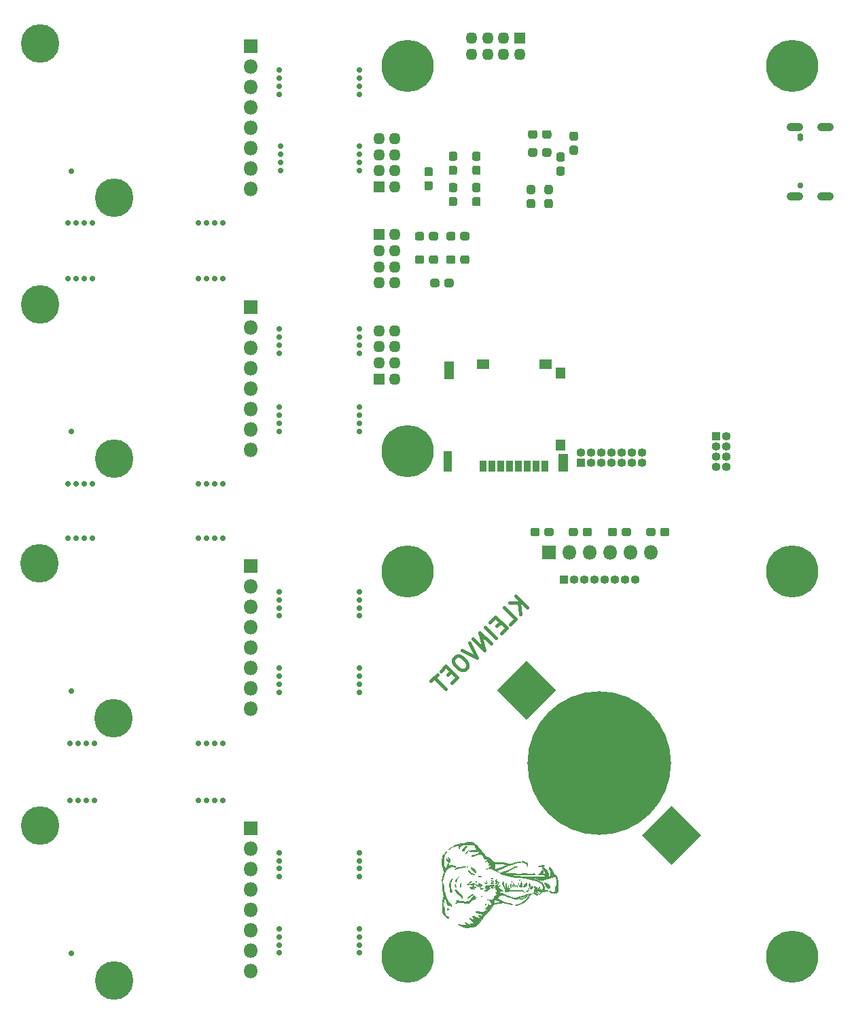
<source format=gbs>
%TF.GenerationSoftware,KiCad,Pcbnew,5.1.6-c6e7f7d~86~ubuntu18.04.1*%
%TF.CreationDate,2020-07-05T20:54:57+02:00*%
%TF.ProjectId,kleinvoet,6b6c6569-6e76-46f6-9574-2e6b69636164,Rev. A*%
%TF.SameCoordinates,Original*%
%TF.FileFunction,Soldermask,Bot*%
%TF.FilePolarity,Negative*%
%FSLAX46Y46*%
G04 Gerber Fmt 4.6, Leading zero omitted, Abs format (unit mm)*
G04 Created by KiCad (PCBNEW 5.1.6-c6e7f7d~86~ubuntu18.04.1) date 2020-07-05 20:54:57*
%MOMM*%
%LPD*%
G01*
G04 APERTURE LIST*
%ADD10C,0.450000*%
%ADD11C,0.010000*%
%ADD12O,1.100000X1.100000*%
%ADD13R,1.100000X1.100000*%
%ADD14C,0.900000*%
%ADD15C,6.500000*%
%ADD16C,0.735000*%
%ADD17C,0.700000*%
%ADD18O,1.800000X1.800000*%
%ADD19R,1.800000X1.800000*%
%ADD20C,4.800000*%
%ADD21O,2.050000X1.050000*%
%ADD22C,0.750000*%
%ADD23O,0.750000X1.000000*%
%ADD24R,1.260000X1.350000*%
%ADD25R,1.600000X1.250000*%
%ADD26R,1.250000X2.300000*%
%ADD27R,1.050000X2.600000*%
%ADD28R,0.900000X1.350000*%
%ADD29O,1.450000X1.450000*%
%ADD30R,1.450000X1.450000*%
%ADD31C,17.900000*%
%ADD32C,0.100000*%
G04 APERTURE END LIST*
D10*
X118175213Y-105704313D02*
X116760999Y-104290099D01*
X117367090Y-106512435D02*
X117165060Y-105098222D01*
X115952877Y-105098222D02*
X117569121Y-105098222D01*
X116087564Y-107791962D02*
X116760999Y-107118527D01*
X115346785Y-105704313D01*
X114875381Y-107522588D02*
X114403976Y-107993992D01*
X114942724Y-108936801D02*
X115616159Y-108263366D01*
X114201946Y-106849153D01*
X113528511Y-107522588D01*
X114336633Y-109542893D02*
X112922419Y-108128679D01*
X113663198Y-110216328D02*
X112248984Y-108802114D01*
X112855076Y-111024450D01*
X111440862Y-109610236D01*
X110969458Y-110081641D02*
X111912267Y-111967259D01*
X110026649Y-111024450D01*
X109285870Y-111765228D02*
X109016496Y-112034602D01*
X108949153Y-112236633D01*
X108949153Y-112506007D01*
X109151183Y-112842724D01*
X109622588Y-113314129D01*
X109959305Y-113516159D01*
X110228679Y-113516159D01*
X110430710Y-113448816D01*
X110700084Y-113179442D01*
X110767427Y-112977411D01*
X110767427Y-112708037D01*
X110565397Y-112371320D01*
X110093992Y-111899915D01*
X109757275Y-111697885D01*
X109487901Y-111697885D01*
X109285870Y-111765228D01*
X108747122Y-113650846D02*
X108275718Y-114122251D01*
X108814466Y-115065060D02*
X109487901Y-114391625D01*
X108073687Y-112977411D01*
X107400252Y-113650846D01*
X106996191Y-114054907D02*
X106188069Y-114863029D01*
X108006344Y-115873182D02*
X106592130Y-114458968D01*
D11*
%TO.C,G\u002A\u002A\u002A*%
G36*
X108256271Y-143363280D02*
G01*
X108360584Y-143322376D01*
X108456355Y-143252717D01*
X108401278Y-143203952D01*
X108369646Y-143191313D01*
X108227620Y-143190155D01*
X108182567Y-143226664D01*
X108161274Y-143339131D01*
X108256271Y-143363280D01*
G37*
X108256271Y-143363280D02*
X108360584Y-143322376D01*
X108456355Y-143252717D01*
X108401278Y-143203952D01*
X108369646Y-143191313D01*
X108227620Y-143190155D01*
X108182567Y-143226664D01*
X108161274Y-143339131D01*
X108256271Y-143363280D01*
G36*
X108106083Y-137142609D02*
G01*
X108211629Y-137304400D01*
X108350831Y-137415715D01*
X108475785Y-137423155D01*
X108476127Y-137422945D01*
X108555071Y-137307293D01*
X108513610Y-137115277D01*
X108429129Y-136952000D01*
X108305527Y-136740334D01*
X108359491Y-137015500D01*
X108382530Y-137226432D01*
X108347404Y-137279943D01*
X108267393Y-137172136D01*
X108215246Y-137057834D01*
X108145025Y-136911613D01*
X108103687Y-136913361D01*
X108082097Y-136983738D01*
X108106083Y-137142609D01*
G37*
X108106083Y-137142609D02*
X108211629Y-137304400D01*
X108350831Y-137415715D01*
X108475785Y-137423155D01*
X108476127Y-137422945D01*
X108555071Y-137307293D01*
X108513610Y-137115277D01*
X108429129Y-136952000D01*
X108305527Y-136740334D01*
X108359491Y-137015500D01*
X108382530Y-137226432D01*
X108347404Y-137279943D01*
X108267393Y-137172136D01*
X108215246Y-137057834D01*
X108145025Y-136911613D01*
X108103687Y-136913361D01*
X108082097Y-136983738D01*
X108106083Y-137142609D01*
G36*
X108444488Y-135824763D02*
G01*
X108505834Y-135777467D01*
X108637463Y-135653886D01*
X108636891Y-135598724D01*
X108622034Y-135597334D01*
X108551359Y-135655193D01*
X108473867Y-135745500D01*
X108400643Y-135845787D01*
X108444488Y-135824763D01*
G37*
X108444488Y-135824763D02*
X108505834Y-135777467D01*
X108637463Y-135653886D01*
X108636891Y-135598724D01*
X108622034Y-135597334D01*
X108551359Y-135655193D01*
X108473867Y-135745500D01*
X108400643Y-135845787D01*
X108444488Y-135824763D01*
G36*
X107589799Y-140459795D02*
G01*
X107593468Y-140521543D01*
X107622266Y-140881726D01*
X107659987Y-141196924D01*
X107699822Y-141413514D01*
X107711767Y-141452876D01*
X107745075Y-141677416D01*
X107721187Y-141822479D01*
X107687061Y-141980023D01*
X107649615Y-142258672D01*
X107614799Y-142610452D01*
X107600421Y-142796145D01*
X107577490Y-143184985D01*
X107576984Y-143449187D01*
X107603391Y-143632491D01*
X107661197Y-143778641D01*
X107709714Y-143861769D01*
X107865059Y-144065650D01*
X108046025Y-144243281D01*
X108218346Y-144369625D01*
X108347752Y-144419647D01*
X108399978Y-144368308D01*
X108400000Y-144366099D01*
X108341261Y-144250044D01*
X108286122Y-144233334D01*
X108096475Y-144155383D01*
X107946799Y-143946351D01*
X107858485Y-143643467D01*
X107843948Y-143463796D01*
X107829515Y-143211365D01*
X107799558Y-143034662D01*
X107780311Y-142992756D01*
X107732000Y-142854102D01*
X107719932Y-142619758D01*
X107739658Y-142358405D01*
X107786729Y-142138725D01*
X107842129Y-142038256D01*
X107921340Y-141984327D01*
X107980083Y-142001758D01*
X108039899Y-142118799D01*
X108122331Y-142363701D01*
X108144978Y-142435438D01*
X108232967Y-142662654D01*
X108321724Y-142753306D01*
X108407687Y-142749227D01*
X108573186Y-142774050D01*
X108645142Y-142853789D01*
X108713767Y-142955538D01*
X108734267Y-142901598D01*
X108736092Y-142835533D01*
X108671594Y-142660962D01*
X108562916Y-142555641D01*
X108399767Y-142386351D01*
X108223427Y-142096092D01*
X108053261Y-141730073D01*
X107908638Y-141333498D01*
X107808923Y-140951574D01*
X107776388Y-140719667D01*
X107740761Y-140405067D01*
X107686782Y-140129987D01*
X107644813Y-140000000D01*
X107600672Y-139927939D01*
X107577950Y-139968762D01*
X107574906Y-140140154D01*
X107589799Y-140459795D01*
G37*
X107589799Y-140459795D02*
X107593468Y-140521543D01*
X107622266Y-140881726D01*
X107659987Y-141196924D01*
X107699822Y-141413514D01*
X107711767Y-141452876D01*
X107745075Y-141677416D01*
X107721187Y-141822479D01*
X107687061Y-141980023D01*
X107649615Y-142258672D01*
X107614799Y-142610452D01*
X107600421Y-142796145D01*
X107577490Y-143184985D01*
X107576984Y-143449187D01*
X107603391Y-143632491D01*
X107661197Y-143778641D01*
X107709714Y-143861769D01*
X107865059Y-144065650D01*
X108046025Y-144243281D01*
X108218346Y-144369625D01*
X108347752Y-144419647D01*
X108399978Y-144368308D01*
X108400000Y-144366099D01*
X108341261Y-144250044D01*
X108286122Y-144233334D01*
X108096475Y-144155383D01*
X107946799Y-143946351D01*
X107858485Y-143643467D01*
X107843948Y-143463796D01*
X107829515Y-143211365D01*
X107799558Y-143034662D01*
X107780311Y-142992756D01*
X107732000Y-142854102D01*
X107719932Y-142619758D01*
X107739658Y-142358405D01*
X107786729Y-142138725D01*
X107842129Y-142038256D01*
X107921340Y-141984327D01*
X107980083Y-142001758D01*
X108039899Y-142118799D01*
X108122331Y-142363701D01*
X108144978Y-142435438D01*
X108232967Y-142662654D01*
X108321724Y-142753306D01*
X108407687Y-142749227D01*
X108573186Y-142774050D01*
X108645142Y-142853789D01*
X108713767Y-142955538D01*
X108734267Y-142901598D01*
X108736092Y-142835533D01*
X108671594Y-142660962D01*
X108562916Y-142555641D01*
X108399767Y-142386351D01*
X108223427Y-142096092D01*
X108053261Y-141730073D01*
X107908638Y-141333498D01*
X107808923Y-140951574D01*
X107776388Y-140719667D01*
X107740761Y-140405067D01*
X107686782Y-140129987D01*
X107644813Y-140000000D01*
X107600672Y-139927939D01*
X107577950Y-139968762D01*
X107574906Y-140140154D01*
X107589799Y-140459795D01*
G36*
X108781000Y-135597334D02*
G01*
X108823334Y-135555000D01*
X108781000Y-135512667D01*
X108738667Y-135555000D01*
X108781000Y-135597334D01*
G37*
X108781000Y-135597334D02*
X108823334Y-135555000D01*
X108781000Y-135512667D01*
X108738667Y-135555000D01*
X108781000Y-135597334D01*
G36*
X108493273Y-140439026D02*
G01*
X108496641Y-140445707D01*
X108542638Y-140603410D01*
X108530310Y-140671978D01*
X108521245Y-140804653D01*
X108576398Y-140984898D01*
X108664623Y-141136302D01*
X108739550Y-141185334D01*
X108786050Y-141127990D01*
X108753254Y-141037167D01*
X108627479Y-140619886D01*
X108634735Y-140156016D01*
X108743689Y-139773979D01*
X108834716Y-139547474D01*
X108854263Y-139454814D01*
X108804803Y-139477509D01*
X108780235Y-139500723D01*
X108635061Y-139708106D01*
X108525620Y-139977677D01*
X108471746Y-140243347D01*
X108493273Y-140439026D01*
G37*
X108493273Y-140439026D02*
X108496641Y-140445707D01*
X108542638Y-140603410D01*
X108530310Y-140671978D01*
X108521245Y-140804653D01*
X108576398Y-140984898D01*
X108664623Y-141136302D01*
X108739550Y-141185334D01*
X108786050Y-141127990D01*
X108753254Y-141037167D01*
X108627479Y-140619886D01*
X108634735Y-140156016D01*
X108743689Y-139773979D01*
X108834716Y-139547474D01*
X108854263Y-139454814D01*
X108804803Y-139477509D01*
X108780235Y-139500723D01*
X108635061Y-139708106D01*
X108525620Y-139977677D01*
X108471746Y-140243347D01*
X108493273Y-140439026D01*
G36*
X107557873Y-137659773D02*
G01*
X107605223Y-137934555D01*
X107670941Y-138205989D01*
X107744397Y-138568514D01*
X107752287Y-138815081D01*
X107732719Y-138883322D01*
X107675343Y-139053472D01*
X107621290Y-139308992D01*
X107606309Y-139407334D01*
X107554953Y-139788334D01*
X107674702Y-139492000D01*
X107757102Y-139245557D01*
X107799744Y-139036090D01*
X107800892Y-139017908D01*
X107843220Y-138870764D01*
X107943572Y-138664238D01*
X108073071Y-138445120D01*
X108202843Y-138260203D01*
X108304012Y-138156278D01*
X108336379Y-138150173D01*
X108424872Y-138122071D01*
X108553401Y-138024752D01*
X108716172Y-137921802D01*
X108874191Y-137950368D01*
X108895391Y-137961252D01*
X109106723Y-138043738D01*
X109228647Y-138026988D01*
X109246667Y-137977875D01*
X109176302Y-137897467D01*
X109056167Y-137842243D01*
X108771510Y-137761590D01*
X108617406Y-137746918D01*
X108569393Y-137796062D01*
X108569334Y-137799198D01*
X108500100Y-137872269D01*
X108432459Y-137883334D01*
X108333880Y-137831466D01*
X108339866Y-137714000D01*
X108346119Y-137578918D01*
X108311244Y-137544667D01*
X108249121Y-137618583D01*
X108190996Y-137800256D01*
X108183313Y-137837984D01*
X108115943Y-138062741D01*
X108025904Y-138215624D01*
X108017759Y-138223030D01*
X107925340Y-138223735D01*
X107851328Y-138062733D01*
X107797560Y-137746839D01*
X107766170Y-137290667D01*
X107787654Y-136833492D01*
X107901480Y-136475655D01*
X108056538Y-136241130D01*
X108139886Y-136127045D01*
X108109491Y-136107421D01*
X108061334Y-136120713D01*
X107928850Y-136228224D01*
X107780795Y-136440027D01*
X107649484Y-136697992D01*
X107567234Y-136943990D01*
X107555003Y-137031507D01*
X107543942Y-137387215D01*
X107557873Y-137659773D01*
G37*
X107557873Y-137659773D02*
X107605223Y-137934555D01*
X107670941Y-138205989D01*
X107744397Y-138568514D01*
X107752287Y-138815081D01*
X107732719Y-138883322D01*
X107675343Y-139053472D01*
X107621290Y-139308992D01*
X107606309Y-139407334D01*
X107554953Y-139788334D01*
X107674702Y-139492000D01*
X107757102Y-139245557D01*
X107799744Y-139036090D01*
X107800892Y-139017908D01*
X107843220Y-138870764D01*
X107943572Y-138664238D01*
X108073071Y-138445120D01*
X108202843Y-138260203D01*
X108304012Y-138156278D01*
X108336379Y-138150173D01*
X108424872Y-138122071D01*
X108553401Y-138024752D01*
X108716172Y-137921802D01*
X108874191Y-137950368D01*
X108895391Y-137961252D01*
X109106723Y-138043738D01*
X109228647Y-138026988D01*
X109246667Y-137977875D01*
X109176302Y-137897467D01*
X109056167Y-137842243D01*
X108771510Y-137761590D01*
X108617406Y-137746918D01*
X108569393Y-137796062D01*
X108569334Y-137799198D01*
X108500100Y-137872269D01*
X108432459Y-137883334D01*
X108333880Y-137831466D01*
X108339866Y-137714000D01*
X108346119Y-137578918D01*
X108311244Y-137544667D01*
X108249121Y-137618583D01*
X108190996Y-137800256D01*
X108183313Y-137837984D01*
X108115943Y-138062741D01*
X108025904Y-138215624D01*
X108017759Y-138223030D01*
X107925340Y-138223735D01*
X107851328Y-138062733D01*
X107797560Y-137746839D01*
X107766170Y-137290667D01*
X107787654Y-136833492D01*
X107901480Y-136475655D01*
X108056538Y-136241130D01*
X108139886Y-136127045D01*
X108109491Y-136107421D01*
X108061334Y-136120713D01*
X107928850Y-136228224D01*
X107780795Y-136440027D01*
X107649484Y-136697992D01*
X107567234Y-136943990D01*
X107555003Y-137031507D01*
X107543942Y-137387215D01*
X107557873Y-137659773D01*
G36*
X109206785Y-140422900D02*
G01*
X109246667Y-140465667D01*
X109312223Y-140498843D01*
X109310185Y-140450293D01*
X109246667Y-140296334D01*
X109190736Y-140189954D01*
X109169813Y-140237789D01*
X109167951Y-140270170D01*
X109206785Y-140422900D01*
G37*
X109206785Y-140422900D02*
X109246667Y-140465667D01*
X109312223Y-140498843D01*
X109310185Y-140450293D01*
X109246667Y-140296334D01*
X109190736Y-140189954D01*
X109169813Y-140237789D01*
X109167951Y-140270170D01*
X109206785Y-140422900D01*
G36*
X109263063Y-139862975D02*
G01*
X109306340Y-139822283D01*
X109381539Y-139661938D01*
X109507807Y-139413165D01*
X109642734Y-139205226D01*
X109653392Y-139191930D01*
X109686272Y-139142392D01*
X109616132Y-139202779D01*
X109521834Y-139295915D01*
X109353666Y-139506893D01*
X109258520Y-139706415D01*
X109249981Y-139765923D01*
X109263063Y-139862975D01*
G37*
X109263063Y-139862975D02*
X109306340Y-139822283D01*
X109381539Y-139661938D01*
X109507807Y-139413165D01*
X109642734Y-139205226D01*
X109653392Y-139191930D01*
X109686272Y-139142392D01*
X109616132Y-139202779D01*
X109521834Y-139295915D01*
X109353666Y-139506893D01*
X109258520Y-139706415D01*
X109249981Y-139765923D01*
X109263063Y-139862975D01*
G36*
X109840353Y-140500774D02*
G01*
X109889000Y-140537021D01*
X109911770Y-140423933D01*
X109914148Y-140254000D01*
X109908550Y-140032833D01*
X109893501Y-139966267D01*
X109860387Y-140039574D01*
X109835650Y-140119774D01*
X109805173Y-140360168D01*
X109840353Y-140500774D01*
G37*
X109840353Y-140500774D02*
X109889000Y-140537021D01*
X109911770Y-140423933D01*
X109914148Y-140254000D01*
X109908550Y-140032833D01*
X109893501Y-139966267D01*
X109860387Y-140039574D01*
X109835650Y-140119774D01*
X109805173Y-140360168D01*
X109840353Y-140500774D01*
G36*
X109227059Y-141040041D02*
G01*
X109387517Y-141229554D01*
X109591296Y-141397196D01*
X109758343Y-141482834D01*
X109899394Y-141593702D01*
X109996219Y-141760710D01*
X110055392Y-141908756D01*
X110079631Y-141904287D01*
X110086649Y-141798338D01*
X110028743Y-141604659D01*
X109908526Y-141459671D01*
X109733654Y-141306649D01*
X109516938Y-141099768D01*
X109442859Y-141025324D01*
X109268494Y-140863203D01*
X109180755Y-140827243D01*
X109162000Y-140881200D01*
X109227059Y-141040041D01*
G37*
X109227059Y-141040041D02*
X109387517Y-141229554D01*
X109591296Y-141397196D01*
X109758343Y-141482834D01*
X109899394Y-141593702D01*
X109996219Y-141760710D01*
X110055392Y-141908756D01*
X110079631Y-141904287D01*
X110086649Y-141798338D01*
X110028743Y-141604659D01*
X109908526Y-141459671D01*
X109733654Y-141306649D01*
X109516938Y-141099768D01*
X109442859Y-141025324D01*
X109268494Y-140863203D01*
X109180755Y-140827243D01*
X109162000Y-140881200D01*
X109227059Y-141040041D01*
G36*
X109238485Y-138267344D02*
G01*
X109246667Y-138265104D01*
X109452787Y-138218368D01*
X109743539Y-138163794D01*
X109913976Y-138135566D01*
X110184233Y-138081007D01*
X110386844Y-138017838D01*
X110453375Y-137980492D01*
X110443828Y-137939738D01*
X110277778Y-137956698D01*
X110174045Y-137978315D01*
X109924945Y-138019309D01*
X109735692Y-138024293D01*
X109696722Y-138016058D01*
X109556426Y-138029949D01*
X109354598Y-138119913D01*
X109308742Y-138147773D01*
X109149581Y-138255007D01*
X109128657Y-138290147D01*
X109238485Y-138267344D01*
G37*
X109238485Y-138267344D02*
X109246667Y-138265104D01*
X109452787Y-138218368D01*
X109743539Y-138163794D01*
X109913976Y-138135566D01*
X110184233Y-138081007D01*
X110386844Y-138017838D01*
X110453375Y-137980492D01*
X110443828Y-137939738D01*
X110277778Y-137956698D01*
X110174045Y-137978315D01*
X109924945Y-138019309D01*
X109735692Y-138024293D01*
X109696722Y-138016058D01*
X109556426Y-138029949D01*
X109354598Y-138119913D01*
X109308742Y-138147773D01*
X109149581Y-138255007D01*
X109128657Y-138290147D01*
X109238485Y-138267344D01*
G36*
X110134875Y-136019736D02*
G01*
X110175021Y-136020667D01*
X110313907Y-135970338D01*
X110347334Y-135897874D01*
X110412015Y-135747687D01*
X110459552Y-135707374D01*
X110584091Y-135573306D01*
X110628273Y-135486171D01*
X110650035Y-135396878D01*
X110596231Y-135402958D01*
X110438043Y-135508368D01*
X110431216Y-135513225D01*
X110234830Y-135680355D01*
X110097282Y-135844743D01*
X110090182Y-135857221D01*
X110048243Y-135982323D01*
X110134875Y-136019736D01*
G37*
X110134875Y-136019736D02*
X110175021Y-136020667D01*
X110313907Y-135970338D01*
X110347334Y-135897874D01*
X110412015Y-135747687D01*
X110459552Y-135707374D01*
X110584091Y-135573306D01*
X110628273Y-135486171D01*
X110650035Y-135396878D01*
X110596231Y-135402958D01*
X110438043Y-135508368D01*
X110431216Y-135513225D01*
X110234830Y-135680355D01*
X110097282Y-135844743D01*
X110090182Y-135857221D01*
X110048243Y-135982323D01*
X110134875Y-136019736D01*
G36*
X110728334Y-138052667D02*
G01*
X110770667Y-138010334D01*
X110728334Y-137968000D01*
X110686000Y-138010334D01*
X110728334Y-138052667D01*
G37*
X110728334Y-138052667D02*
X110770667Y-138010334D01*
X110728334Y-137968000D01*
X110686000Y-138010334D01*
X110728334Y-138052667D01*
G36*
X110584038Y-136293512D02*
G01*
X110638771Y-136232334D01*
X110776672Y-136049475D01*
X110848973Y-135913516D01*
X110852220Y-135893667D01*
X110808801Y-135885910D01*
X110719437Y-135978334D01*
X110586951Y-136166590D01*
X110514719Y-136299200D01*
X110510996Y-136350172D01*
X110584038Y-136293512D01*
G37*
X110584038Y-136293512D02*
X110638771Y-136232334D01*
X110776672Y-136049475D01*
X110848973Y-135913516D01*
X110852220Y-135893667D01*
X110808801Y-135885910D01*
X110719437Y-135978334D01*
X110586951Y-136166590D01*
X110514719Y-136299200D01*
X110510996Y-136350172D01*
X110584038Y-136293512D01*
G36*
X110746768Y-140251577D02*
G01*
X110765670Y-140254000D01*
X110880337Y-140192456D01*
X110897667Y-140169334D01*
X110878473Y-140096850D01*
X110817997Y-140084667D01*
X110702155Y-140128871D01*
X110686000Y-140169334D01*
X110746768Y-140251577D01*
G37*
X110746768Y-140251577D02*
X110765670Y-140254000D01*
X110880337Y-140192456D01*
X110897667Y-140169334D01*
X110878473Y-140096850D01*
X110817997Y-140084667D01*
X110702155Y-140128871D01*
X110686000Y-140169334D01*
X110746768Y-140251577D01*
G36*
X110993299Y-139994116D02*
G01*
X111147506Y-139943687D01*
X111194000Y-139915334D01*
X111260492Y-139853574D01*
X111176401Y-139832905D01*
X111130500Y-139831963D01*
X110981849Y-139862822D01*
X110940000Y-139915334D01*
X110993299Y-139994116D01*
G37*
X110993299Y-139994116D02*
X111147506Y-139943687D01*
X111194000Y-139915334D01*
X111260492Y-139853574D01*
X111176401Y-139832905D01*
X111130500Y-139831963D01*
X110981849Y-139862822D01*
X110940000Y-139915334D01*
X110993299Y-139994116D01*
G36*
X110742786Y-141947334D02*
G01*
X110852198Y-141890829D01*
X111008059Y-141753047D01*
X111024667Y-141735667D01*
X111190761Y-141591213D01*
X111327358Y-141524524D01*
X111335759Y-141524000D01*
X111438594Y-141471862D01*
X111448000Y-141437159D01*
X111384477Y-141407950D01*
X111219929Y-141468274D01*
X111214967Y-141470824D01*
X111035935Y-141584917D01*
X110869725Y-141723873D01*
X110751479Y-141852229D01*
X110716340Y-141934520D01*
X110742786Y-141947334D01*
G37*
X110742786Y-141947334D02*
X110852198Y-141890829D01*
X111008059Y-141753047D01*
X111024667Y-141735667D01*
X111190761Y-141591213D01*
X111327358Y-141524524D01*
X111335759Y-141524000D01*
X111438594Y-141471862D01*
X111448000Y-141437159D01*
X111384477Y-141407950D01*
X111219929Y-141468274D01*
X111214967Y-141470824D01*
X111035935Y-141584917D01*
X110869725Y-141723873D01*
X110751479Y-141852229D01*
X110716340Y-141934520D01*
X110742786Y-141947334D01*
G36*
X111575000Y-140762000D02*
G01*
X111617334Y-140719667D01*
X111575000Y-140677334D01*
X111532667Y-140719667D01*
X111575000Y-140762000D01*
G37*
X111575000Y-140762000D02*
X111617334Y-140719667D01*
X111575000Y-140677334D01*
X111532667Y-140719667D01*
X111575000Y-140762000D01*
G36*
X110913772Y-138645994D02*
G01*
X111003500Y-138752615D01*
X111151160Y-138848005D01*
X111340704Y-138928237D01*
X111513617Y-138974259D01*
X111611389Y-138967023D01*
X111617334Y-138952458D01*
X111545863Y-138897310D01*
X111404328Y-138849099D01*
X111197689Y-138743757D01*
X111023328Y-138582067D01*
X110903627Y-138458650D01*
X110855913Y-138481025D01*
X110855334Y-138493793D01*
X110913772Y-138645994D01*
G37*
X110913772Y-138645994D02*
X111003500Y-138752615D01*
X111151160Y-138848005D01*
X111340704Y-138928237D01*
X111513617Y-138974259D01*
X111611389Y-138967023D01*
X111617334Y-138952458D01*
X111545863Y-138897310D01*
X111404328Y-138849099D01*
X111197689Y-138743757D01*
X111023328Y-138582067D01*
X110903627Y-138458650D01*
X110855913Y-138481025D01*
X110855334Y-138493793D01*
X110913772Y-138645994D01*
G36*
X111251182Y-138277755D02*
G01*
X111388299Y-138441634D01*
X111553711Y-138604283D01*
X111695778Y-138712677D01*
X111743600Y-138730000D01*
X111788200Y-138674367D01*
X111723269Y-138523942D01*
X111567474Y-138313163D01*
X111374515Y-138116488D01*
X111247244Y-138058312D01*
X111194840Y-138142259D01*
X111194000Y-138165672D01*
X111251182Y-138277755D01*
G37*
X111251182Y-138277755D02*
X111388299Y-138441634D01*
X111553711Y-138604283D01*
X111695778Y-138712677D01*
X111743600Y-138730000D01*
X111788200Y-138674367D01*
X111723269Y-138523942D01*
X111567474Y-138313163D01*
X111374515Y-138116488D01*
X111247244Y-138058312D01*
X111194840Y-138142259D01*
X111194000Y-138165672D01*
X111251182Y-138277755D01*
G36*
X109236183Y-142518720D02*
G01*
X109408771Y-142498371D01*
X109500667Y-142483215D01*
X110071121Y-142431917D01*
X110608181Y-142488784D01*
X110657303Y-142499053D01*
X110860595Y-142518950D01*
X110977586Y-142447132D01*
X111019646Y-142380048D01*
X111136139Y-142242537D01*
X111312179Y-142107649D01*
X111491824Y-142010275D01*
X111619132Y-141985306D01*
X111636867Y-141995090D01*
X111712876Y-141970826D01*
X111795768Y-141885880D01*
X111870037Y-141785063D01*
X111831897Y-141800652D01*
X111750818Y-141862667D01*
X111634301Y-141941779D01*
X111615350Y-141893489D01*
X111637058Y-141799167D01*
X111640401Y-141643811D01*
X111581832Y-141608667D01*
X111449475Y-141670185D01*
X111286945Y-141814017D01*
X111154130Y-141979080D01*
X111109334Y-142090590D01*
X111045849Y-142227849D01*
X110850898Y-142305028D01*
X110517731Y-142322443D01*
X110039603Y-142280415D01*
X109409763Y-142179262D01*
X109373667Y-142172565D01*
X109281665Y-142161508D01*
X109310167Y-142177360D01*
X109407307Y-142244895D01*
X109358469Y-142347920D01*
X109267833Y-142428691D01*
X109197244Y-142497376D01*
X109236183Y-142518720D01*
G37*
X109236183Y-142518720D02*
X109408771Y-142498371D01*
X109500667Y-142483215D01*
X110071121Y-142431917D01*
X110608181Y-142488784D01*
X110657303Y-142499053D01*
X110860595Y-142518950D01*
X110977586Y-142447132D01*
X111019646Y-142380048D01*
X111136139Y-142242537D01*
X111312179Y-142107649D01*
X111491824Y-142010275D01*
X111619132Y-141985306D01*
X111636867Y-141995090D01*
X111712876Y-141970826D01*
X111795768Y-141885880D01*
X111870037Y-141785063D01*
X111831897Y-141800652D01*
X111750818Y-141862667D01*
X111634301Y-141941779D01*
X111615350Y-141893489D01*
X111637058Y-141799167D01*
X111640401Y-141643811D01*
X111581832Y-141608667D01*
X111449475Y-141670185D01*
X111286945Y-141814017D01*
X111154130Y-141979080D01*
X111109334Y-142090590D01*
X111045849Y-142227849D01*
X110850898Y-142305028D01*
X110517731Y-142322443D01*
X110039603Y-142280415D01*
X109409763Y-142179262D01*
X109373667Y-142172565D01*
X109281665Y-142161508D01*
X109310167Y-142177360D01*
X109407307Y-142244895D01*
X109358469Y-142347920D01*
X109267833Y-142428691D01*
X109197244Y-142497376D01*
X109236183Y-142518720D01*
G36*
X111091086Y-140655351D02*
G01*
X111278667Y-140714695D01*
X111409187Y-140741339D01*
X111390200Y-140704787D01*
X111368181Y-140688964D01*
X111328030Y-140630398D01*
X111427294Y-140591101D01*
X111579847Y-140570650D01*
X111755869Y-140547660D01*
X111765720Y-140530959D01*
X111675837Y-140522233D01*
X111520554Y-140487101D01*
X111490334Y-140423334D01*
X111483621Y-140345315D01*
X111452997Y-140338667D01*
X111367530Y-140404112D01*
X111363334Y-140432392D01*
X111301967Y-140489584D01*
X111239045Y-140478423D01*
X111100944Y-140482323D01*
X111061233Y-140517331D01*
X111029443Y-140600154D01*
X111091086Y-140655351D01*
G37*
X111091086Y-140655351D02*
X111278667Y-140714695D01*
X111409187Y-140741339D01*
X111390200Y-140704787D01*
X111368181Y-140688964D01*
X111328030Y-140630398D01*
X111427294Y-140591101D01*
X111579847Y-140570650D01*
X111755869Y-140547660D01*
X111765720Y-140530959D01*
X111675837Y-140522233D01*
X111520554Y-140487101D01*
X111490334Y-140423334D01*
X111483621Y-140345315D01*
X111452997Y-140338667D01*
X111367530Y-140404112D01*
X111363334Y-140432392D01*
X111301967Y-140489584D01*
X111239045Y-140478423D01*
X111100944Y-140482323D01*
X111061233Y-140517331D01*
X111029443Y-140600154D01*
X111091086Y-140655351D01*
G36*
X111730222Y-139887111D02*
G01*
X111830702Y-139897244D01*
X111843111Y-139887111D01*
X111831489Y-139836777D01*
X111786667Y-139830667D01*
X111716977Y-139861645D01*
X111730222Y-139887111D01*
G37*
X111730222Y-139887111D02*
X111830702Y-139897244D01*
X111843111Y-139887111D01*
X111831489Y-139836777D01*
X111786667Y-139830667D01*
X111716977Y-139861645D01*
X111730222Y-139887111D01*
G36*
X112506334Y-141693334D02*
G01*
X112548667Y-141651000D01*
X112506334Y-141608667D01*
X112464000Y-141651000D01*
X112506334Y-141693334D01*
G37*
X112506334Y-141693334D02*
X112548667Y-141651000D01*
X112506334Y-141608667D01*
X112464000Y-141651000D01*
X112506334Y-141693334D01*
G36*
X112105154Y-139213215D02*
G01*
X112325764Y-139226846D01*
X112443821Y-139211506D01*
X112463612Y-139188620D01*
X112342026Y-139175779D01*
X112252334Y-139174685D01*
X112088369Y-139183021D01*
X112063494Y-139202144D01*
X112105154Y-139213215D01*
G37*
X112105154Y-139213215D02*
X112325764Y-139226846D01*
X112443821Y-139211506D01*
X112463612Y-139188620D01*
X112342026Y-139175779D01*
X112252334Y-139174685D01*
X112088369Y-139183021D01*
X112063494Y-139202144D01*
X112105154Y-139213215D01*
G36*
X111099314Y-140225239D02*
G01*
X111287877Y-140221567D01*
X111404691Y-140207388D01*
X111652105Y-140183097D01*
X111782703Y-140212281D01*
X111837083Y-140286866D01*
X111963802Y-140393982D01*
X112155559Y-140422037D01*
X112415323Y-140398736D01*
X112535141Y-140339050D01*
X112503989Y-140253540D01*
X112398347Y-140189484D01*
X112172605Y-140100192D01*
X112067408Y-140098978D01*
X112079384Y-140163483D01*
X112090292Y-140262179D01*
X112005760Y-140289708D01*
X111889920Y-140231575D01*
X111870526Y-140210693D01*
X111745489Y-140146949D01*
X111538857Y-140111432D01*
X111310383Y-140105203D01*
X111119815Y-140129323D01*
X111026905Y-140184852D01*
X111025085Y-140195688D01*
X111099314Y-140225239D01*
G37*
X111099314Y-140225239D02*
X111287877Y-140221567D01*
X111404691Y-140207388D01*
X111652105Y-140183097D01*
X111782703Y-140212281D01*
X111837083Y-140286866D01*
X111963802Y-140393982D01*
X112155559Y-140422037D01*
X112415323Y-140398736D01*
X112535141Y-140339050D01*
X112503989Y-140253540D01*
X112398347Y-140189484D01*
X112172605Y-140100192D01*
X112067408Y-140098978D01*
X112079384Y-140163483D01*
X112090292Y-140262179D01*
X112005760Y-140289708D01*
X111889920Y-140231575D01*
X111870526Y-140210693D01*
X111745489Y-140146949D01*
X111538857Y-140111432D01*
X111310383Y-140105203D01*
X111119815Y-140129323D01*
X111026905Y-140184852D01*
X111025085Y-140195688D01*
X111099314Y-140225239D01*
G36*
X112263601Y-140611873D02*
G01*
X112317705Y-140707597D01*
X112412381Y-140803696D01*
X112515911Y-140777567D01*
X112591997Y-140722375D01*
X112700535Y-140632539D01*
X112674877Y-140623750D01*
X112603622Y-140647130D01*
X112436307Y-140641690D01*
X112375392Y-140586290D01*
X112290524Y-140509218D01*
X112257812Y-140516633D01*
X112263601Y-140611873D01*
G37*
X112263601Y-140611873D02*
X112317705Y-140707597D01*
X112412381Y-140803696D01*
X112515911Y-140777567D01*
X112591997Y-140722375D01*
X112700535Y-140632539D01*
X112674877Y-140623750D01*
X112603622Y-140647130D01*
X112436307Y-140641690D01*
X112375392Y-140586290D01*
X112290524Y-140509218D01*
X112257812Y-140516633D01*
X112263601Y-140611873D01*
G36*
X112915556Y-142681111D02*
G01*
X113016035Y-142691244D01*
X113028445Y-142681111D01*
X113016822Y-142630777D01*
X112972000Y-142624667D01*
X112902310Y-142655645D01*
X112915556Y-142681111D01*
G37*
X112915556Y-142681111D02*
X113016035Y-142691244D01*
X113028445Y-142681111D01*
X113016822Y-142630777D01*
X112972000Y-142624667D01*
X112902310Y-142655645D01*
X112915556Y-142681111D01*
G36*
X113099000Y-139830667D02*
G01*
X113141334Y-139788334D01*
X113099000Y-139746000D01*
X113056667Y-139788334D01*
X113099000Y-139830667D01*
G37*
X113099000Y-139830667D02*
X113141334Y-139788334D01*
X113099000Y-139746000D01*
X113056667Y-139788334D01*
X113099000Y-139830667D01*
G36*
X112895554Y-140985817D02*
G01*
X112910112Y-140990007D01*
X113094542Y-141002402D01*
X113164112Y-140986869D01*
X113166926Y-140959075D01*
X113034384Y-140947723D01*
X113014334Y-140947839D01*
X112883019Y-140960048D01*
X112895554Y-140985817D01*
G37*
X112895554Y-140985817D02*
X112910112Y-140990007D01*
X113094542Y-141002402D01*
X113164112Y-140986869D01*
X113166926Y-140959075D01*
X113034384Y-140947723D01*
X113014334Y-140947839D01*
X112883019Y-140960048D01*
X112895554Y-140985817D01*
G36*
X112949756Y-140110762D02*
G01*
X113090489Y-140111377D01*
X113131367Y-140090827D01*
X113175277Y-140027694D01*
X113063824Y-139977340D01*
X112924959Y-139968618D01*
X112887334Y-140002930D01*
X112949756Y-140110762D01*
G37*
X112949756Y-140110762D02*
X113090489Y-140111377D01*
X113131367Y-140090827D01*
X113175277Y-140027694D01*
X113063824Y-139977340D01*
X112924959Y-139968618D01*
X112887334Y-140002930D01*
X112949756Y-140110762D01*
G36*
X113084889Y-138278445D02*
G01*
X113185369Y-138288578D01*
X113197778Y-138278445D01*
X113186156Y-138228110D01*
X113141334Y-138222000D01*
X113071643Y-138252978D01*
X113084889Y-138278445D01*
G37*
X113084889Y-138278445D02*
X113185369Y-138288578D01*
X113197778Y-138278445D01*
X113186156Y-138228110D01*
X113141334Y-138222000D01*
X113071643Y-138252978D01*
X113084889Y-138278445D01*
G36*
X113268334Y-142116667D02*
G01*
X113310667Y-142074334D01*
X113268334Y-142032000D01*
X113226000Y-142074334D01*
X113268334Y-142116667D01*
G37*
X113268334Y-142116667D02*
X113310667Y-142074334D01*
X113268334Y-142032000D01*
X113226000Y-142074334D01*
X113268334Y-142116667D01*
G36*
X113691667Y-139746000D02*
G01*
X113767749Y-139826771D01*
X113781330Y-139830667D01*
X113817696Y-139765161D01*
X113818667Y-139746000D01*
X113753579Y-139664587D01*
X113729003Y-139661334D01*
X113678437Y-139713203D01*
X113691667Y-139746000D01*
G37*
X113691667Y-139746000D02*
X113767749Y-139826771D01*
X113781330Y-139830667D01*
X113817696Y-139765161D01*
X113818667Y-139746000D01*
X113753579Y-139664587D01*
X113729003Y-139661334D01*
X113678437Y-139713203D01*
X113691667Y-139746000D01*
G36*
X113715539Y-140595869D02*
G01*
X113776334Y-140623285D01*
X113885355Y-140625044D01*
X113903334Y-140590010D01*
X113834717Y-140517239D01*
X113776334Y-140508000D01*
X113663371Y-140526115D01*
X113649334Y-140541275D01*
X113715539Y-140595869D01*
G37*
X113715539Y-140595869D02*
X113776334Y-140623285D01*
X113885355Y-140625044D01*
X113903334Y-140590010D01*
X113834717Y-140517239D01*
X113776334Y-140508000D01*
X113663371Y-140526115D01*
X113649334Y-140541275D01*
X113715539Y-140595869D01*
G36*
X113718125Y-139465170D02*
G01*
X113850449Y-139475264D01*
X113880403Y-139458486D01*
X113855152Y-139420004D01*
X113769278Y-139414018D01*
X113678936Y-139434695D01*
X113718125Y-139465170D01*
G37*
X113718125Y-139465170D02*
X113850449Y-139475264D01*
X113880403Y-139458486D01*
X113855152Y-139420004D01*
X113769278Y-139414018D01*
X113678936Y-139434695D01*
X113718125Y-139465170D01*
G36*
X113761611Y-140075138D02*
G01*
X113875540Y-140068483D01*
X113982546Y-140038633D01*
X113933291Y-139999913D01*
X113870049Y-139974339D01*
X113720095Y-139941718D01*
X113665438Y-139955674D01*
X113655120Y-140033310D01*
X113761611Y-140075138D01*
G37*
X113761611Y-140075138D02*
X113875540Y-140068483D01*
X113982546Y-140038633D01*
X113933291Y-139999913D01*
X113870049Y-139974339D01*
X113720095Y-139941718D01*
X113665438Y-139955674D01*
X113655120Y-140033310D01*
X113761611Y-140075138D01*
G36*
X113945667Y-139830667D02*
G01*
X113988000Y-139788334D01*
X113945667Y-139746000D01*
X113903334Y-139788334D01*
X113945667Y-139830667D01*
G37*
X113945667Y-139830667D02*
X113988000Y-139788334D01*
X113945667Y-139746000D01*
X113903334Y-139788334D01*
X113945667Y-139830667D01*
G36*
X112979388Y-140648465D02*
G01*
X113053643Y-140678630D01*
X113132987Y-140697410D01*
X113075482Y-140748580D01*
X113065848Y-140793977D01*
X113209023Y-140811186D01*
X113254938Y-140810784D01*
X113452414Y-140770880D01*
X113504876Y-140691783D01*
X113415529Y-140616179D01*
X113238108Y-140586716D01*
X113091531Y-140576481D01*
X113101811Y-140545953D01*
X113183667Y-140508000D01*
X113383328Y-140456816D01*
X113642042Y-140429919D01*
X113665503Y-140429284D01*
X113894114Y-140399706D01*
X114026536Y-140335136D01*
X114036613Y-140256509D01*
X113949955Y-140201597D01*
X113778043Y-140207138D01*
X113691046Y-140254515D01*
X113526566Y-140322454D01*
X113285683Y-140353950D01*
X113244601Y-140354211D01*
X113029793Y-140367243D01*
X112938120Y-140428954D01*
X112923619Y-140513557D01*
X112979388Y-140648465D01*
G37*
X112979388Y-140648465D02*
X113053643Y-140678630D01*
X113132987Y-140697410D01*
X113075482Y-140748580D01*
X113065848Y-140793977D01*
X113209023Y-140811186D01*
X113254938Y-140810784D01*
X113452414Y-140770880D01*
X113504876Y-140691783D01*
X113415529Y-140616179D01*
X113238108Y-140586716D01*
X113091531Y-140576481D01*
X113101811Y-140545953D01*
X113183667Y-140508000D01*
X113383328Y-140456816D01*
X113642042Y-140429919D01*
X113665503Y-140429284D01*
X113894114Y-140399706D01*
X114026536Y-140335136D01*
X114036613Y-140256509D01*
X113949955Y-140201597D01*
X113778043Y-140207138D01*
X113691046Y-140254515D01*
X113526566Y-140322454D01*
X113285683Y-140353950D01*
X113244601Y-140354211D01*
X113029793Y-140367243D01*
X112938120Y-140428954D01*
X112923619Y-140513557D01*
X112979388Y-140648465D01*
G36*
X114226125Y-140057837D02*
G01*
X114358449Y-140067931D01*
X114388403Y-140051153D01*
X114363152Y-140012671D01*
X114277278Y-140006684D01*
X114186936Y-140027362D01*
X114226125Y-140057837D01*
G37*
X114226125Y-140057837D02*
X114358449Y-140067931D01*
X114388403Y-140051153D01*
X114363152Y-140012671D01*
X114277278Y-140006684D01*
X114186936Y-140027362D01*
X114226125Y-140057837D01*
G36*
X114220834Y-140310073D02*
G01*
X114394176Y-140321256D01*
X114432500Y-140310073D01*
X114443136Y-140279171D01*
X114326667Y-140267369D01*
X114206471Y-140280674D01*
X114220834Y-140310073D01*
G37*
X114220834Y-140310073D02*
X114394176Y-140321256D01*
X114432500Y-140310073D01*
X114443136Y-140279171D01*
X114326667Y-140267369D01*
X114206471Y-140280674D01*
X114220834Y-140310073D01*
G36*
X114538334Y-140169334D02*
G01*
X114580667Y-140127000D01*
X114538334Y-140084667D01*
X114496000Y-140127000D01*
X114538334Y-140169334D01*
G37*
X114538334Y-140169334D02*
X114580667Y-140127000D01*
X114538334Y-140084667D01*
X114496000Y-140127000D01*
X114538334Y-140169334D01*
G36*
X114538334Y-138645334D02*
G01*
X114580667Y-138603000D01*
X114538334Y-138560667D01*
X114496000Y-138603000D01*
X114538334Y-138645334D01*
G37*
X114538334Y-138645334D02*
X114580667Y-138603000D01*
X114538334Y-138560667D01*
X114496000Y-138603000D01*
X114538334Y-138645334D01*
G36*
X114228150Y-139797786D02*
G01*
X114366608Y-139900743D01*
X114432500Y-139923086D01*
X114618670Y-139958375D01*
X114652395Y-139933742D01*
X114533251Y-139863852D01*
X114435369Y-139823710D01*
X114286943Y-139751547D01*
X114284274Y-139687378D01*
X114329536Y-139650027D01*
X114409904Y-139586239D01*
X114345992Y-139593254D01*
X114326667Y-139598443D01*
X114209859Y-139681754D01*
X114228150Y-139797786D01*
G37*
X114228150Y-139797786D02*
X114366608Y-139900743D01*
X114432500Y-139923086D01*
X114618670Y-139958375D01*
X114652395Y-139933742D01*
X114533251Y-139863852D01*
X114435369Y-139823710D01*
X114286943Y-139751547D01*
X114284274Y-139687378D01*
X114329536Y-139650027D01*
X114409904Y-139586239D01*
X114345992Y-139593254D01*
X114326667Y-139598443D01*
X114209859Y-139681754D01*
X114228150Y-139797786D01*
G36*
X115119120Y-140265992D02*
G01*
X115188130Y-140448993D01*
X115275197Y-140619429D01*
X115357942Y-140736896D01*
X115413983Y-140760987D01*
X115425451Y-140715434D01*
X115373598Y-140578197D01*
X115346219Y-140545419D01*
X115289462Y-140415047D01*
X115247466Y-140189537D01*
X115240386Y-140113349D01*
X115203144Y-139880937D01*
X115150652Y-139809042D01*
X115105718Y-139898047D01*
X115090549Y-140110830D01*
X115119120Y-140265992D01*
G37*
X115119120Y-140265992D02*
X115188130Y-140448993D01*
X115275197Y-140619429D01*
X115357942Y-140736896D01*
X115413983Y-140760987D01*
X115425451Y-140715434D01*
X115373598Y-140578197D01*
X115346219Y-140545419D01*
X115289462Y-140415047D01*
X115247466Y-140189537D01*
X115240386Y-140113349D01*
X115203144Y-139880937D01*
X115150652Y-139809042D01*
X115105718Y-139898047D01*
X115090549Y-140110830D01*
X115119120Y-140265992D01*
G36*
X115799514Y-140569736D02*
G01*
X115837996Y-140544485D01*
X115843983Y-140458611D01*
X115823305Y-140368269D01*
X115792830Y-140407459D01*
X115782736Y-140539782D01*
X115799514Y-140569736D01*
G37*
X115799514Y-140569736D02*
X115837996Y-140544485D01*
X115843983Y-140458611D01*
X115823305Y-140368269D01*
X115792830Y-140407459D01*
X115782736Y-140539782D01*
X115799514Y-140569736D01*
G36*
X116102061Y-140494295D02*
G01*
X116154204Y-140547353D01*
X116178058Y-140460758D01*
X116181392Y-140296334D01*
X116175023Y-140095349D01*
X116153975Y-140046655D01*
X116108340Y-140133278D01*
X116099268Y-140155628D01*
X116067508Y-140396570D01*
X116102061Y-140494295D01*
G37*
X116102061Y-140494295D02*
X116154204Y-140547353D01*
X116178058Y-140460758D01*
X116181392Y-140296334D01*
X116175023Y-140095349D01*
X116153975Y-140046655D01*
X116108340Y-140133278D01*
X116099268Y-140155628D01*
X116067508Y-140396570D01*
X116102061Y-140494295D01*
G36*
X116217556Y-139887111D02*
G01*
X116267890Y-139875489D01*
X116274000Y-139830667D01*
X116243022Y-139760977D01*
X116217556Y-139774222D01*
X116207423Y-139874702D01*
X116217556Y-139887111D01*
G37*
X116217556Y-139887111D02*
X116267890Y-139875489D01*
X116274000Y-139830667D01*
X116243022Y-139760977D01*
X116217556Y-139774222D01*
X116207423Y-139874702D01*
X116217556Y-139887111D01*
G36*
X116328049Y-140381000D02*
G01*
X116388144Y-140492402D01*
X116410059Y-140508000D01*
X116439656Y-140438863D01*
X116443334Y-140381000D01*
X116399025Y-140268307D01*
X116361324Y-140254000D01*
X116314739Y-140316061D01*
X116328049Y-140381000D01*
G37*
X116328049Y-140381000D02*
X116388144Y-140492402D01*
X116410059Y-140508000D01*
X116439656Y-140438863D01*
X116443334Y-140381000D01*
X116399025Y-140268307D01*
X116361324Y-140254000D01*
X116314739Y-140316061D01*
X116328049Y-140381000D01*
G36*
X116386889Y-140141111D02*
G01*
X116437223Y-140129489D01*
X116443334Y-140084667D01*
X116412355Y-140014977D01*
X116386889Y-140028222D01*
X116376756Y-140128702D01*
X116386889Y-140141111D01*
G37*
X116386889Y-140141111D02*
X116437223Y-140129489D01*
X116443334Y-140084667D01*
X116412355Y-140014977D01*
X116386889Y-140028222D01*
X116376756Y-140128702D01*
X116386889Y-140141111D01*
G36*
X116572749Y-140350806D02*
G01*
X116612667Y-140423334D01*
X116679754Y-140491103D01*
X116694741Y-140465667D01*
X116652584Y-140326528D01*
X116612667Y-140254000D01*
X116545579Y-140186231D01*
X116530593Y-140211667D01*
X116572749Y-140350806D01*
G37*
X116572749Y-140350806D02*
X116612667Y-140423334D01*
X116679754Y-140491103D01*
X116694741Y-140465667D01*
X116652584Y-140326528D01*
X116612667Y-140254000D01*
X116545579Y-140186231D01*
X116530593Y-140211667D01*
X116572749Y-140350806D01*
G36*
X116834362Y-140376603D02*
G01*
X116902684Y-140495777D01*
X116946863Y-140475813D01*
X116951334Y-140428330D01*
X116889842Y-140313521D01*
X116867637Y-140296933D01*
X116819524Y-140310561D01*
X116834362Y-140376603D01*
G37*
X116834362Y-140376603D02*
X116902684Y-140495777D01*
X116946863Y-140475813D01*
X116951334Y-140428330D01*
X116889842Y-140313521D01*
X116867637Y-140296933D01*
X116819524Y-140310561D01*
X116834362Y-140376603D01*
G36*
X117069514Y-140231070D02*
G01*
X117107996Y-140205819D01*
X117113983Y-140119945D01*
X117093305Y-140029602D01*
X117062830Y-140068792D01*
X117052736Y-140201116D01*
X117069514Y-140231070D01*
G37*
X117069514Y-140231070D02*
X117107996Y-140205819D01*
X117113983Y-140119945D01*
X117093305Y-140029602D01*
X117062830Y-140068792D01*
X117052736Y-140201116D01*
X117069514Y-140231070D01*
G36*
X117247667Y-139661334D02*
G01*
X117290000Y-139619000D01*
X117247667Y-139576667D01*
X117205334Y-139619000D01*
X117247667Y-139661334D01*
G37*
X117247667Y-139661334D02*
X117290000Y-139619000D01*
X117247667Y-139576667D01*
X117205334Y-139619000D01*
X117247667Y-139661334D01*
G36*
X108993604Y-135460841D02*
G01*
X109169835Y-135407320D01*
X109236145Y-135384923D01*
X109489342Y-135300321D01*
X109619992Y-135268242D01*
X109665929Y-135286881D01*
X109664987Y-135354429D01*
X109663680Y-135364500D01*
X109661539Y-135535274D01*
X109669986Y-135639667D01*
X109692666Y-135714967D01*
X109727462Y-135629197D01*
X109743699Y-135558752D01*
X109810030Y-135403920D01*
X109947547Y-135298405D01*
X110181023Y-135235145D01*
X110535230Y-135207078D01*
X110980747Y-135206125D01*
X111292901Y-135215606D01*
X111480710Y-135241737D01*
X111589165Y-135301221D01*
X111663254Y-135410761D01*
X111692395Y-135470334D01*
X111795134Y-135652783D01*
X111880802Y-135750753D01*
X111885009Y-135752732D01*
X111948846Y-135813128D01*
X111875670Y-135872711D01*
X111697333Y-135918120D01*
X111448000Y-135936000D01*
X111221780Y-135953306D01*
X111047180Y-135995105D01*
X110953383Y-136046218D01*
X110969574Y-136091466D01*
X111104337Y-136114741D01*
X111392725Y-136125253D01*
X111589530Y-136114377D01*
X111771742Y-136076752D01*
X111814032Y-136065317D01*
X112044526Y-136045761D01*
X112148149Y-136094282D01*
X112172504Y-136207215D01*
X112057943Y-136325924D01*
X111832863Y-136430118D01*
X111596167Y-136488722D01*
X111392484Y-136541998D01*
X111284092Y-136605628D01*
X111278667Y-136620776D01*
X111281848Y-136670818D01*
X111315194Y-136688697D01*
X111414406Y-136668958D01*
X111615188Y-136606146D01*
X111823342Y-136537571D01*
X112118527Y-136450306D01*
X112313330Y-136425578D01*
X112462907Y-136458973D01*
X112512537Y-136482408D01*
X112644757Y-136573838D01*
X112667526Y-136635586D01*
X112649243Y-136750897D01*
X112738455Y-136889241D01*
X112889893Y-137000590D01*
X113030435Y-137036667D01*
X113181792Y-137044183D01*
X113193056Y-137095378D01*
X113090956Y-137219107D01*
X112929667Y-137401547D01*
X113162500Y-137251703D01*
X113318316Y-137174007D01*
X113393969Y-137180632D01*
X113395334Y-137189207D01*
X113328902Y-137294434D01*
X113299328Y-137308558D01*
X113271435Y-137381308D01*
X113355392Y-137492630D01*
X113453848Y-137617207D01*
X113424468Y-137700381D01*
X113387898Y-137729028D01*
X113333541Y-137784198D01*
X113427039Y-137778297D01*
X113458834Y-137771605D01*
X113612687Y-137761529D01*
X113630411Y-137834042D01*
X113512089Y-137997317D01*
X113461732Y-138052771D01*
X113350363Y-138182755D01*
X113357012Y-138216880D01*
X113425819Y-138195929D01*
X113610045Y-138203880D01*
X113885410Y-138319957D01*
X113960308Y-138362056D01*
X114228578Y-138496221D01*
X114377111Y-138513669D01*
X114400777Y-138493080D01*
X114518527Y-138402463D01*
X114764307Y-138276092D01*
X115103907Y-138126712D01*
X115503120Y-137967069D01*
X115927734Y-137809907D01*
X116343541Y-137667970D01*
X116716332Y-137554002D01*
X117011896Y-137480749D01*
X117173807Y-137460000D01*
X117327734Y-137433502D01*
X117374667Y-137386264D01*
X117300877Y-137355226D01*
X117113829Y-137364248D01*
X117014834Y-137380019D01*
X116721266Y-137446604D01*
X116453254Y-137525348D01*
X116409454Y-137541159D01*
X116199910Y-137587049D01*
X115909707Y-137584913D01*
X115520454Y-137538159D01*
X115132961Y-137488988D01*
X114741935Y-137453901D01*
X114439848Y-137440682D01*
X114166935Y-137427024D01*
X114116924Y-137410760D01*
X114116924Y-137587000D01*
X114539296Y-137605580D01*
X114871466Y-137620608D01*
X115087670Y-137632735D01*
X115241121Y-137646361D01*
X115385028Y-137665880D01*
X115512000Y-137685955D01*
X115640996Y-137710878D01*
X115685279Y-137741170D01*
X115627298Y-137789915D01*
X115449503Y-137870195D01*
X115134344Y-137995093D01*
X115056979Y-138025144D01*
X114721840Y-138147879D01*
X114441898Y-138236870D01*
X114256978Y-138280123D01*
X114210312Y-138280113D01*
X114149482Y-138179988D01*
X114117457Y-137977134D01*
X114115962Y-137915259D01*
X114116924Y-137587000D01*
X114116924Y-137410760D01*
X113976903Y-137365221D01*
X113793426Y-137222104D01*
X113681831Y-137111261D01*
X113418541Y-136887626D01*
X113194007Y-136786387D01*
X113152373Y-136782667D01*
X113017061Y-136763637D01*
X113001607Y-136724838D01*
X112982895Y-136636132D01*
X112870209Y-136475713D01*
X112782885Y-136377865D01*
X112504017Y-136084440D01*
X112317219Y-135880817D01*
X112196351Y-135735558D01*
X112115273Y-135617222D01*
X112047843Y-135494368D01*
X112047094Y-135492903D01*
X111915938Y-135311295D01*
X111780932Y-135214513D01*
X111628680Y-135111428D01*
X111585479Y-135043777D01*
X111481821Y-134978088D01*
X111267956Y-134934868D01*
X111001773Y-134916154D01*
X110741162Y-134923986D01*
X110544010Y-134960399D01*
X110474333Y-135004667D01*
X110357381Y-135070705D01*
X110219504Y-135089334D01*
X109935956Y-135114547D01*
X109605873Y-135179288D01*
X109294328Y-135267205D01*
X109066395Y-135361947D01*
X109023155Y-135389940D01*
X108951250Y-135454893D01*
X108993604Y-135460841D01*
G37*
X108993604Y-135460841D02*
X109169835Y-135407320D01*
X109236145Y-135384923D01*
X109489342Y-135300321D01*
X109619992Y-135268242D01*
X109665929Y-135286881D01*
X109664987Y-135354429D01*
X109663680Y-135364500D01*
X109661539Y-135535274D01*
X109669986Y-135639667D01*
X109692666Y-135714967D01*
X109727462Y-135629197D01*
X109743699Y-135558752D01*
X109810030Y-135403920D01*
X109947547Y-135298405D01*
X110181023Y-135235145D01*
X110535230Y-135207078D01*
X110980747Y-135206125D01*
X111292901Y-135215606D01*
X111480710Y-135241737D01*
X111589165Y-135301221D01*
X111663254Y-135410761D01*
X111692395Y-135470334D01*
X111795134Y-135652783D01*
X111880802Y-135750753D01*
X111885009Y-135752732D01*
X111948846Y-135813128D01*
X111875670Y-135872711D01*
X111697333Y-135918120D01*
X111448000Y-135936000D01*
X111221780Y-135953306D01*
X111047180Y-135995105D01*
X110953383Y-136046218D01*
X110969574Y-136091466D01*
X111104337Y-136114741D01*
X111392725Y-136125253D01*
X111589530Y-136114377D01*
X111771742Y-136076752D01*
X111814032Y-136065317D01*
X112044526Y-136045761D01*
X112148149Y-136094282D01*
X112172504Y-136207215D01*
X112057943Y-136325924D01*
X111832863Y-136430118D01*
X111596167Y-136488722D01*
X111392484Y-136541998D01*
X111284092Y-136605628D01*
X111278667Y-136620776D01*
X111281848Y-136670818D01*
X111315194Y-136688697D01*
X111414406Y-136668958D01*
X111615188Y-136606146D01*
X111823342Y-136537571D01*
X112118527Y-136450306D01*
X112313330Y-136425578D01*
X112462907Y-136458973D01*
X112512537Y-136482408D01*
X112644757Y-136573838D01*
X112667526Y-136635586D01*
X112649243Y-136750897D01*
X112738455Y-136889241D01*
X112889893Y-137000590D01*
X113030435Y-137036667D01*
X113181792Y-137044183D01*
X113193056Y-137095378D01*
X113090956Y-137219107D01*
X112929667Y-137401547D01*
X113162500Y-137251703D01*
X113318316Y-137174007D01*
X113393969Y-137180632D01*
X113395334Y-137189207D01*
X113328902Y-137294434D01*
X113299328Y-137308558D01*
X113271435Y-137381308D01*
X113355392Y-137492630D01*
X113453848Y-137617207D01*
X113424468Y-137700381D01*
X113387898Y-137729028D01*
X113333541Y-137784198D01*
X113427039Y-137778297D01*
X113458834Y-137771605D01*
X113612687Y-137761529D01*
X113630411Y-137834042D01*
X113512089Y-137997317D01*
X113461732Y-138052771D01*
X113350363Y-138182755D01*
X113357012Y-138216880D01*
X113425819Y-138195929D01*
X113610045Y-138203880D01*
X113885410Y-138319957D01*
X113960308Y-138362056D01*
X114228578Y-138496221D01*
X114377111Y-138513669D01*
X114400777Y-138493080D01*
X114518527Y-138402463D01*
X114764307Y-138276092D01*
X115103907Y-138126712D01*
X115503120Y-137967069D01*
X115927734Y-137809907D01*
X116343541Y-137667970D01*
X116716332Y-137554002D01*
X117011896Y-137480749D01*
X117173807Y-137460000D01*
X117327734Y-137433502D01*
X117374667Y-137386264D01*
X117300877Y-137355226D01*
X117113829Y-137364248D01*
X117014834Y-137380019D01*
X116721266Y-137446604D01*
X116453254Y-137525348D01*
X116409454Y-137541159D01*
X116199910Y-137587049D01*
X115909707Y-137584913D01*
X115520454Y-137538159D01*
X115132961Y-137488988D01*
X114741935Y-137453901D01*
X114439848Y-137440682D01*
X114166935Y-137427024D01*
X114116924Y-137410760D01*
X114116924Y-137587000D01*
X114539296Y-137605580D01*
X114871466Y-137620608D01*
X115087670Y-137632735D01*
X115241121Y-137646361D01*
X115385028Y-137665880D01*
X115512000Y-137685955D01*
X115640996Y-137710878D01*
X115685279Y-137741170D01*
X115627298Y-137789915D01*
X115449503Y-137870195D01*
X115134344Y-137995093D01*
X115056979Y-138025144D01*
X114721840Y-138147879D01*
X114441898Y-138236870D01*
X114256978Y-138280123D01*
X114210312Y-138280113D01*
X114149482Y-138179988D01*
X114117457Y-137977134D01*
X114115962Y-137915259D01*
X114116924Y-137587000D01*
X114116924Y-137410760D01*
X113976903Y-137365221D01*
X113793426Y-137222104D01*
X113681831Y-137111261D01*
X113418541Y-136887626D01*
X113194007Y-136786387D01*
X113152373Y-136782667D01*
X113017061Y-136763637D01*
X113001607Y-136724838D01*
X112982895Y-136636132D01*
X112870209Y-136475713D01*
X112782885Y-136377865D01*
X112504017Y-136084440D01*
X112317219Y-135880817D01*
X112196351Y-135735558D01*
X112115273Y-135617222D01*
X112047843Y-135494368D01*
X112047094Y-135492903D01*
X111915938Y-135311295D01*
X111780932Y-135214513D01*
X111628680Y-135111428D01*
X111585479Y-135043777D01*
X111481821Y-134978088D01*
X111267956Y-134934868D01*
X111001773Y-134916154D01*
X110741162Y-134923986D01*
X110544010Y-134960399D01*
X110474333Y-135004667D01*
X110357381Y-135070705D01*
X110219504Y-135089334D01*
X109935956Y-135114547D01*
X109605873Y-135179288D01*
X109294328Y-135267205D01*
X109066395Y-135361947D01*
X109023155Y-135389940D01*
X108951250Y-135454893D01*
X108993604Y-135460841D01*
G36*
X117246652Y-140458711D02*
G01*
X117369405Y-140508000D01*
X117485027Y-140470037D01*
X117518597Y-140338570D01*
X117474345Y-140087227D01*
X117450898Y-140000000D01*
X117407374Y-139860982D01*
X117389182Y-139879682D01*
X117383106Y-139973837D01*
X117341548Y-140144912D01*
X117290000Y-140211667D01*
X117206552Y-140333739D01*
X117246652Y-140458711D01*
G37*
X117246652Y-140458711D02*
X117369405Y-140508000D01*
X117485027Y-140470037D01*
X117518597Y-140338570D01*
X117474345Y-140087227D01*
X117450898Y-140000000D01*
X117407374Y-139860982D01*
X117389182Y-139879682D01*
X117383106Y-139973837D01*
X117341548Y-140144912D01*
X117290000Y-140211667D01*
X117206552Y-140333739D01*
X117246652Y-140458711D01*
G36*
X115367507Y-141069063D02*
G01*
X115470450Y-141081678D01*
X115696806Y-141068016D01*
X116003224Y-141031171D01*
X116099000Y-141016882D01*
X116632856Y-140963466D01*
X117122965Y-140969956D01*
X117526056Y-141033834D01*
X117734500Y-141112002D01*
X117861367Y-141162880D01*
X117870385Y-141131905D01*
X117772125Y-141047594D01*
X117692167Y-140997812D01*
X117487018Y-140939765D01*
X117115151Y-140904400D01*
X116577666Y-140891814D01*
X116495411Y-140891857D01*
X116061418Y-140888608D01*
X115796175Y-140875896D01*
X115699365Y-140853694D01*
X115754578Y-140825936D01*
X115949742Y-140759463D01*
X116015267Y-140705704D01*
X115940322Y-140683850D01*
X115829500Y-140693178D01*
X115714050Y-140690702D01*
X115647497Y-140615905D01*
X115605959Y-140429416D01*
X115588802Y-140296334D01*
X115553309Y-140091568D01*
X115521240Y-140041691D01*
X115502112Y-140132365D01*
X115505444Y-140349254D01*
X115510310Y-140414547D01*
X115483154Y-140649152D01*
X115420776Y-140816586D01*
X115359445Y-140981558D01*
X115367507Y-141069063D01*
G37*
X115367507Y-141069063D02*
X115470450Y-141081678D01*
X115696806Y-141068016D01*
X116003224Y-141031171D01*
X116099000Y-141016882D01*
X116632856Y-140963466D01*
X117122965Y-140969956D01*
X117526056Y-141033834D01*
X117734500Y-141112002D01*
X117861367Y-141162880D01*
X117870385Y-141131905D01*
X117772125Y-141047594D01*
X117692167Y-140997812D01*
X117487018Y-140939765D01*
X117115151Y-140904400D01*
X116577666Y-140891814D01*
X116495411Y-140891857D01*
X116061418Y-140888608D01*
X115796175Y-140875896D01*
X115699365Y-140853694D01*
X115754578Y-140825936D01*
X115949742Y-140759463D01*
X116015267Y-140705704D01*
X115940322Y-140683850D01*
X115829500Y-140693178D01*
X115714050Y-140690702D01*
X115647497Y-140615905D01*
X115605959Y-140429416D01*
X115588802Y-140296334D01*
X115553309Y-140091568D01*
X115521240Y-140041691D01*
X115502112Y-140132365D01*
X115505444Y-140349254D01*
X115510310Y-140414547D01*
X115483154Y-140649152D01*
X115420776Y-140816586D01*
X115359445Y-140981558D01*
X115367507Y-141069063D01*
G36*
X117726770Y-140462179D02*
G01*
X117817958Y-140456132D01*
X117946167Y-140416193D01*
X118088109Y-140297414D01*
X118138000Y-140127560D01*
X118079463Y-139979222D01*
X118049902Y-139956370D01*
X117985718Y-139968497D01*
X117986402Y-140014874D01*
X117951555Y-140104333D01*
X117908993Y-140107553D01*
X117819799Y-140160633D01*
X117739409Y-140294672D01*
X117710845Y-140425944D01*
X117726770Y-140462179D01*
G37*
X117726770Y-140462179D02*
X117817958Y-140456132D01*
X117946167Y-140416193D01*
X118088109Y-140297414D01*
X118138000Y-140127560D01*
X118079463Y-139979222D01*
X118049902Y-139956370D01*
X117985718Y-139968497D01*
X117986402Y-140014874D01*
X117951555Y-140104333D01*
X117908993Y-140107553D01*
X117819799Y-140160633D01*
X117739409Y-140294672D01*
X117710845Y-140425944D01*
X117726770Y-140462179D01*
G36*
X117494908Y-137364398D02*
G01*
X117603806Y-137433149D01*
X117780995Y-137486233D01*
X117998154Y-137591097D01*
X118115693Y-137730002D01*
X118209873Y-137925667D01*
X118215603Y-137730847D01*
X118169776Y-137569708D01*
X117998209Y-137444932D01*
X117927720Y-137413347D01*
X117658498Y-137316303D01*
X117507799Y-137296714D01*
X117490168Y-137356225D01*
X117494908Y-137364398D01*
G37*
X117494908Y-137364398D02*
X117603806Y-137433149D01*
X117780995Y-137486233D01*
X117998154Y-137591097D01*
X118115693Y-137730002D01*
X118209873Y-137925667D01*
X118215603Y-137730847D01*
X118169776Y-137569708D01*
X117998209Y-137444932D01*
X117927720Y-137413347D01*
X117658498Y-137316303D01*
X117507799Y-137296714D01*
X117490168Y-137356225D01*
X117494908Y-137364398D01*
G36*
X109913740Y-145329385D02*
G01*
X110212005Y-145449387D01*
X110510493Y-145537740D01*
X110592810Y-145554124D01*
X110814309Y-145559263D01*
X111103277Y-145527170D01*
X111409941Y-145468699D01*
X111684530Y-145394701D01*
X111877269Y-145316030D01*
X111938068Y-145260797D01*
X112007459Y-145155878D01*
X112152873Y-144980918D01*
X112235318Y-144889618D01*
X112454881Y-144623020D01*
X112668272Y-144318879D01*
X112718000Y-144238176D01*
X112924910Y-143957961D01*
X113182254Y-143697869D01*
X113258316Y-143637006D01*
X113519914Y-143404761D01*
X113736886Y-143141110D01*
X113873885Y-142894026D01*
X113903334Y-142761597D01*
X113987367Y-142680752D01*
X114236938Y-142600440D01*
X114540124Y-142539694D01*
X114893941Y-142486468D01*
X115148909Y-142473529D01*
X115371103Y-142502756D01*
X115608180Y-142570050D01*
X115900256Y-142650034D01*
X116162101Y-142698066D01*
X116262556Y-142704672D01*
X116297468Y-142683905D01*
X116190545Y-142632985D01*
X115964464Y-142561869D01*
X115893000Y-142542373D01*
X115425932Y-142403270D01*
X115027318Y-142255915D01*
X114723115Y-142112132D01*
X114539281Y-141983751D01*
X114496000Y-141905839D01*
X114568302Y-141760111D01*
X114743276Y-141622103D01*
X114958026Y-141535041D01*
X115051622Y-141524000D01*
X115209430Y-141550928D01*
X115478799Y-141622906D01*
X115812293Y-141726730D01*
X115963958Y-141778000D01*
X116383872Y-141918310D01*
X116669706Y-141998774D01*
X116844436Y-142022836D01*
X116931043Y-141993938D01*
X116952630Y-141926167D01*
X116981901Y-141882092D01*
X117036000Y-141947334D01*
X117103549Y-142013331D01*
X117119370Y-141985509D01*
X117198586Y-141901138D01*
X117416218Y-141793188D01*
X117745244Y-141674178D01*
X117882667Y-141631948D01*
X117916253Y-141651866D01*
X117833366Y-141749538D01*
X117809787Y-141770913D01*
X117619548Y-141897267D01*
X117454951Y-141947334D01*
X117298681Y-141985671D01*
X117251030Y-142026558D01*
X117281095Y-142060750D01*
X117419106Y-142041816D01*
X117616712Y-141981781D01*
X117825560Y-141892667D01*
X117858875Y-141875400D01*
X117981411Y-141779348D01*
X118116558Y-141633624D01*
X118228213Y-141484576D01*
X118280275Y-141378556D01*
X118264470Y-141354667D01*
X118160908Y-141390314D01*
X118072018Y-141434373D01*
X117910527Y-141501559D01*
X117647724Y-141591474D01*
X117336348Y-141688326D01*
X117029141Y-141776327D01*
X116778845Y-141839684D01*
X116641491Y-141862667D01*
X116499704Y-141835126D01*
X116252755Y-141763617D01*
X115949002Y-141664810D01*
X115636802Y-141555376D01*
X115364514Y-141451985D01*
X115180494Y-141371309D01*
X115135233Y-141343410D01*
X114986554Y-141279290D01*
X114902400Y-141270000D01*
X114767170Y-141227739D01*
X114751010Y-141135718D01*
X114837751Y-141046077D01*
X114982834Y-141010633D01*
X115135358Y-141001652D01*
X115130607Y-140974031D01*
X115036944Y-140933052D01*
X114871370Y-140819802D01*
X114807316Y-140728179D01*
X114700416Y-140636874D01*
X114626205Y-140645486D01*
X114513158Y-140657959D01*
X114507353Y-140592591D01*
X114596722Y-140491701D01*
X114686500Y-140434060D01*
X114815677Y-140363368D01*
X114790743Y-140356654D01*
X114665334Y-140386233D01*
X114421218Y-140425348D01*
X114267363Y-140432074D01*
X114097213Y-140460526D01*
X114030132Y-140508326D01*
X114046029Y-140553513D01*
X114125302Y-140534665D01*
X114229302Y-140521177D01*
X114217413Y-140619286D01*
X114212620Y-140728947D01*
X114260707Y-140739818D01*
X114337564Y-140797279D01*
X114379588Y-140952500D01*
X114365322Y-141122709D01*
X114304661Y-141185334D01*
X114252047Y-141214350D01*
X114303117Y-141280317D01*
X114364465Y-141429861D01*
X114293505Y-141560298D01*
X114143278Y-141608667D01*
X114131713Y-141612127D01*
X114131713Y-142105211D01*
X114267396Y-142123450D01*
X114501177Y-142192202D01*
X114736771Y-142267657D01*
X114888428Y-142322297D01*
X114919334Y-142338576D01*
X114844470Y-142364722D01*
X114652177Y-142412516D01*
X114483645Y-142450074D01*
X114233121Y-142496611D01*
X114059856Y-142515319D01*
X114013858Y-142509413D01*
X114006090Y-142411325D01*
X114031390Y-142269601D01*
X114068443Y-142151391D01*
X114131713Y-142105211D01*
X114131713Y-141612127D01*
X114031544Y-141642102D01*
X114029252Y-141691584D01*
X114045412Y-141851082D01*
X113937370Y-142002596D01*
X113746439Y-142102389D01*
X113625188Y-142119360D01*
X113452203Y-142130841D01*
X113425510Y-142171321D01*
X113481033Y-142225193D01*
X113607672Y-142376200D01*
X113716576Y-142571098D01*
X113824086Y-142813862D01*
X113516709Y-142756198D01*
X113314232Y-142732658D01*
X113257283Y-142768408D01*
X113267773Y-142793094D01*
X113254270Y-142910391D01*
X113148514Y-143041773D01*
X112970813Y-143195892D01*
X113161907Y-143333990D01*
X113262649Y-143426159D01*
X113230506Y-143452512D01*
X113226000Y-143451853D01*
X113065158Y-143469127D01*
X112843687Y-143538339D01*
X112822285Y-143547056D01*
X112571480Y-143615149D01*
X112282528Y-143606241D01*
X112123478Y-143579035D01*
X111880897Y-143536735D01*
X111775024Y-143538233D01*
X111778296Y-143586234D01*
X111797232Y-143611063D01*
X111934149Y-143704832D01*
X112163627Y-143802594D01*
X112259175Y-143833299D01*
X112487996Y-143916981D01*
X112569448Y-143997911D01*
X112555404Y-144053099D01*
X112460886Y-144122388D01*
X112310573Y-144072513D01*
X112149672Y-144026207D01*
X112086909Y-144057676D01*
X112114704Y-144140946D01*
X112208771Y-144190610D01*
X112346251Y-144266611D01*
X112379334Y-144323706D01*
X112311912Y-144389130D01*
X112151074Y-144393428D01*
X111958957Y-144342380D01*
X111833985Y-144272974D01*
X111615895Y-144172748D01*
X111461029Y-144148667D01*
X111316794Y-144159696D01*
X111322534Y-144221453D01*
X111392545Y-144303500D01*
X111516564Y-144459333D01*
X111524026Y-144534948D01*
X111403354Y-144534030D01*
X111142967Y-144460268D01*
X111024667Y-144420658D01*
X111003621Y-144448902D01*
X111084638Y-144567788D01*
X111189764Y-144686609D01*
X111423826Y-144893910D01*
X111599398Y-144954261D01*
X111634264Y-144947627D01*
X111760572Y-144949339D01*
X111786667Y-144998153D01*
X111706802Y-145061043D01*
X111469951Y-145071038D01*
X111404460Y-145066653D01*
X111162930Y-145060372D01*
X111063327Y-145095958D01*
X111063136Y-145142794D01*
X111060805Y-145237173D01*
X110962706Y-145229039D01*
X110802425Y-145125154D01*
X110751162Y-145080000D01*
X110609062Y-144970983D01*
X110491730Y-144914412D01*
X110438503Y-144920886D01*
X110488714Y-145001000D01*
X110499733Y-145012267D01*
X110590724Y-145135549D01*
X110551444Y-145204679D01*
X110369982Y-145225049D01*
X110072167Y-145205846D01*
X109543000Y-145153951D01*
X109913740Y-145329385D01*
G37*
X109913740Y-145329385D02*
X110212005Y-145449387D01*
X110510493Y-145537740D01*
X110592810Y-145554124D01*
X110814309Y-145559263D01*
X111103277Y-145527170D01*
X111409941Y-145468699D01*
X111684530Y-145394701D01*
X111877269Y-145316030D01*
X111938068Y-145260797D01*
X112007459Y-145155878D01*
X112152873Y-144980918D01*
X112235318Y-144889618D01*
X112454881Y-144623020D01*
X112668272Y-144318879D01*
X112718000Y-144238176D01*
X112924910Y-143957961D01*
X113182254Y-143697869D01*
X113258316Y-143637006D01*
X113519914Y-143404761D01*
X113736886Y-143141110D01*
X113873885Y-142894026D01*
X113903334Y-142761597D01*
X113987367Y-142680752D01*
X114236938Y-142600440D01*
X114540124Y-142539694D01*
X114893941Y-142486468D01*
X115148909Y-142473529D01*
X115371103Y-142502756D01*
X115608180Y-142570050D01*
X115900256Y-142650034D01*
X116162101Y-142698066D01*
X116262556Y-142704672D01*
X116297468Y-142683905D01*
X116190545Y-142632985D01*
X115964464Y-142561869D01*
X115893000Y-142542373D01*
X115425932Y-142403270D01*
X115027318Y-142255915D01*
X114723115Y-142112132D01*
X114539281Y-141983751D01*
X114496000Y-141905839D01*
X114568302Y-141760111D01*
X114743276Y-141622103D01*
X114958026Y-141535041D01*
X115051622Y-141524000D01*
X115209430Y-141550928D01*
X115478799Y-141622906D01*
X115812293Y-141726730D01*
X115963958Y-141778000D01*
X116383872Y-141918310D01*
X116669706Y-141998774D01*
X116844436Y-142022836D01*
X116931043Y-141993938D01*
X116952630Y-141926167D01*
X116981901Y-141882092D01*
X117036000Y-141947334D01*
X117103549Y-142013331D01*
X117119370Y-141985509D01*
X117198586Y-141901138D01*
X117416218Y-141793188D01*
X117745244Y-141674178D01*
X117882667Y-141631948D01*
X117916253Y-141651866D01*
X117833366Y-141749538D01*
X117809787Y-141770913D01*
X117619548Y-141897267D01*
X117454951Y-141947334D01*
X117298681Y-141985671D01*
X117251030Y-142026558D01*
X117281095Y-142060750D01*
X117419106Y-142041816D01*
X117616712Y-141981781D01*
X117825560Y-141892667D01*
X117858875Y-141875400D01*
X117981411Y-141779348D01*
X118116558Y-141633624D01*
X118228213Y-141484576D01*
X118280275Y-141378556D01*
X118264470Y-141354667D01*
X118160908Y-141390314D01*
X118072018Y-141434373D01*
X117910527Y-141501559D01*
X117647724Y-141591474D01*
X117336348Y-141688326D01*
X117029141Y-141776327D01*
X116778845Y-141839684D01*
X116641491Y-141862667D01*
X116499704Y-141835126D01*
X116252755Y-141763617D01*
X115949002Y-141664810D01*
X115636802Y-141555376D01*
X115364514Y-141451985D01*
X115180494Y-141371309D01*
X115135233Y-141343410D01*
X114986554Y-141279290D01*
X114902400Y-141270000D01*
X114767170Y-141227739D01*
X114751010Y-141135718D01*
X114837751Y-141046077D01*
X114982834Y-141010633D01*
X115135358Y-141001652D01*
X115130607Y-140974031D01*
X115036944Y-140933052D01*
X114871370Y-140819802D01*
X114807316Y-140728179D01*
X114700416Y-140636874D01*
X114626205Y-140645486D01*
X114513158Y-140657959D01*
X114507353Y-140592591D01*
X114596722Y-140491701D01*
X114686500Y-140434060D01*
X114815677Y-140363368D01*
X114790743Y-140356654D01*
X114665334Y-140386233D01*
X114421218Y-140425348D01*
X114267363Y-140432074D01*
X114097213Y-140460526D01*
X114030132Y-140508326D01*
X114046029Y-140553513D01*
X114125302Y-140534665D01*
X114229302Y-140521177D01*
X114217413Y-140619286D01*
X114212620Y-140728947D01*
X114260707Y-140739818D01*
X114337564Y-140797279D01*
X114379588Y-140952500D01*
X114365322Y-141122709D01*
X114304661Y-141185334D01*
X114252047Y-141214350D01*
X114303117Y-141280317D01*
X114364465Y-141429861D01*
X114293505Y-141560298D01*
X114143278Y-141608667D01*
X114131713Y-141612127D01*
X114131713Y-142105211D01*
X114267396Y-142123450D01*
X114501177Y-142192202D01*
X114736771Y-142267657D01*
X114888428Y-142322297D01*
X114919334Y-142338576D01*
X114844470Y-142364722D01*
X114652177Y-142412516D01*
X114483645Y-142450074D01*
X114233121Y-142496611D01*
X114059856Y-142515319D01*
X114013858Y-142509413D01*
X114006090Y-142411325D01*
X114031390Y-142269601D01*
X114068443Y-142151391D01*
X114131713Y-142105211D01*
X114131713Y-141612127D01*
X114031544Y-141642102D01*
X114029252Y-141691584D01*
X114045412Y-141851082D01*
X113937370Y-142002596D01*
X113746439Y-142102389D01*
X113625188Y-142119360D01*
X113452203Y-142130841D01*
X113425510Y-142171321D01*
X113481033Y-142225193D01*
X113607672Y-142376200D01*
X113716576Y-142571098D01*
X113824086Y-142813862D01*
X113516709Y-142756198D01*
X113314232Y-142732658D01*
X113257283Y-142768408D01*
X113267773Y-142793094D01*
X113254270Y-142910391D01*
X113148514Y-143041773D01*
X112970813Y-143195892D01*
X113161907Y-143333990D01*
X113262649Y-143426159D01*
X113230506Y-143452512D01*
X113226000Y-143451853D01*
X113065158Y-143469127D01*
X112843687Y-143538339D01*
X112822285Y-143547056D01*
X112571480Y-143615149D01*
X112282528Y-143606241D01*
X112123478Y-143579035D01*
X111880897Y-143536735D01*
X111775024Y-143538233D01*
X111778296Y-143586234D01*
X111797232Y-143611063D01*
X111934149Y-143704832D01*
X112163627Y-143802594D01*
X112259175Y-143833299D01*
X112487996Y-143916981D01*
X112569448Y-143997911D01*
X112555404Y-144053099D01*
X112460886Y-144122388D01*
X112310573Y-144072513D01*
X112149672Y-144026207D01*
X112086909Y-144057676D01*
X112114704Y-144140946D01*
X112208771Y-144190610D01*
X112346251Y-144266611D01*
X112379334Y-144323706D01*
X112311912Y-144389130D01*
X112151074Y-144393428D01*
X111958957Y-144342380D01*
X111833985Y-144272974D01*
X111615895Y-144172748D01*
X111461029Y-144148667D01*
X111316794Y-144159696D01*
X111322534Y-144221453D01*
X111392545Y-144303500D01*
X111516564Y-144459333D01*
X111524026Y-144534948D01*
X111403354Y-144534030D01*
X111142967Y-144460268D01*
X111024667Y-144420658D01*
X111003621Y-144448902D01*
X111084638Y-144567788D01*
X111189764Y-144686609D01*
X111423826Y-144893910D01*
X111599398Y-144954261D01*
X111634264Y-144947627D01*
X111760572Y-144949339D01*
X111786667Y-144998153D01*
X111706802Y-145061043D01*
X111469951Y-145071038D01*
X111404460Y-145066653D01*
X111162930Y-145060372D01*
X111063327Y-145095958D01*
X111063136Y-145142794D01*
X111060805Y-145237173D01*
X110962706Y-145229039D01*
X110802425Y-145125154D01*
X110751162Y-145080000D01*
X110609062Y-144970983D01*
X110491730Y-144914412D01*
X110438503Y-144920886D01*
X110488714Y-145001000D01*
X110499733Y-145012267D01*
X110590724Y-145135549D01*
X110551444Y-145204679D01*
X110369982Y-145225049D01*
X110072167Y-145205846D01*
X109543000Y-145153951D01*
X109913740Y-145329385D01*
G36*
X118105299Y-141094783D02*
G01*
X118259506Y-141044354D01*
X118306000Y-141016000D01*
X118372492Y-140954241D01*
X118288401Y-140933571D01*
X118242500Y-140932630D01*
X118093849Y-140963489D01*
X118052000Y-141016000D01*
X118105299Y-141094783D01*
G37*
X118105299Y-141094783D02*
X118259506Y-141044354D01*
X118306000Y-141016000D01*
X118372492Y-140954241D01*
X118288401Y-140933571D01*
X118242500Y-140932630D01*
X118093849Y-140963489D01*
X118052000Y-141016000D01*
X118105299Y-141094783D01*
G36*
X118348334Y-140762000D02*
G01*
X118390667Y-140719667D01*
X118348334Y-140677334D01*
X118306000Y-140719667D01*
X118348334Y-140762000D01*
G37*
X118348334Y-140762000D02*
X118390667Y-140719667D01*
X118348334Y-140677334D01*
X118306000Y-140719667D01*
X118348334Y-140762000D01*
G36*
X118410711Y-140452509D02*
G01*
X118453188Y-140579854D01*
X118475334Y-140592667D01*
X118538306Y-140521900D01*
X118549246Y-140348812D01*
X118508153Y-140132225D01*
X118475334Y-140042334D01*
X118429671Y-139971289D01*
X118405384Y-140040402D01*
X118396618Y-140232834D01*
X118410711Y-140452509D01*
G37*
X118410711Y-140452509D02*
X118453188Y-140579854D01*
X118475334Y-140592667D01*
X118538306Y-140521900D01*
X118549246Y-140348812D01*
X118508153Y-140132225D01*
X118475334Y-140042334D01*
X118429671Y-139971289D01*
X118405384Y-140040402D01*
X118396618Y-140232834D01*
X118410711Y-140452509D01*
G36*
X116727489Y-142767568D02*
G01*
X116905062Y-142744726D01*
X117325351Y-142624890D01*
X117733997Y-142408541D01*
X118087241Y-142127738D01*
X118341325Y-141814540D01*
X118426112Y-141630369D01*
X118536799Y-141482999D01*
X118708750Y-141372658D01*
X118941000Y-141273704D01*
X118687174Y-141321067D01*
X118508818Y-141358307D01*
X118430767Y-141382421D01*
X118430663Y-141382716D01*
X118306203Y-141686398D01*
X118068660Y-142005239D01*
X117763295Y-142294379D01*
X117435365Y-142508957D01*
X117210469Y-142592150D01*
X116950676Y-142661501D01*
X116782000Y-142716867D01*
X116681398Y-142760326D01*
X116727489Y-142767568D01*
G37*
X116727489Y-142767568D02*
X116905062Y-142744726D01*
X117325351Y-142624890D01*
X117733997Y-142408541D01*
X118087241Y-142127738D01*
X118341325Y-141814540D01*
X118426112Y-141630369D01*
X118536799Y-141482999D01*
X118708750Y-141372658D01*
X118941000Y-141273704D01*
X118687174Y-141321067D01*
X118508818Y-141358307D01*
X118430767Y-141382421D01*
X118430663Y-141382716D01*
X118306203Y-141686398D01*
X118068660Y-142005239D01*
X117763295Y-142294379D01*
X117435365Y-142508957D01*
X117210469Y-142592150D01*
X116950676Y-142661501D01*
X116782000Y-142716867D01*
X116681398Y-142760326D01*
X116727489Y-142767568D01*
G36*
X118614442Y-140755316D02*
G01*
X118786635Y-140705094D01*
X118850486Y-140577348D01*
X118779546Y-140430498D01*
X118766634Y-140419157D01*
X118672130Y-140369436D01*
X118644979Y-140464302D01*
X118644667Y-140490578D01*
X118599001Y-140650827D01*
X118538834Y-140705927D01*
X118522422Y-140740818D01*
X118614442Y-140755316D01*
G37*
X118614442Y-140755316D02*
X118786635Y-140705094D01*
X118850486Y-140577348D01*
X118779546Y-140430498D01*
X118766634Y-140419157D01*
X118672130Y-140369436D01*
X118644979Y-140464302D01*
X118644667Y-140490578D01*
X118599001Y-140650827D01*
X118538834Y-140705927D01*
X118522422Y-140740818D01*
X118614442Y-140755316D01*
G36*
X119590756Y-140824278D02*
G01*
X119641463Y-140790485D01*
X119660667Y-140762000D01*
X119730473Y-140604661D01*
X119736011Y-140484724D01*
X119677283Y-140457088D01*
X119660667Y-140465667D01*
X119593031Y-140583601D01*
X119577297Y-140703497D01*
X119590756Y-140824278D01*
G37*
X119590756Y-140824278D02*
X119641463Y-140790485D01*
X119660667Y-140762000D01*
X119730473Y-140604661D01*
X119736011Y-140484724D01*
X119677283Y-140457088D01*
X119660667Y-140465667D01*
X119593031Y-140583601D01*
X119577297Y-140703497D01*
X119590756Y-140824278D01*
G36*
X119713546Y-141406052D02*
G01*
X119830000Y-141312334D01*
X119955217Y-141185104D01*
X119999334Y-141116756D01*
X119946454Y-141133948D01*
X119830000Y-141227667D01*
X119704783Y-141354897D01*
X119660667Y-141423245D01*
X119713546Y-141406052D01*
G37*
X119713546Y-141406052D02*
X119830000Y-141312334D01*
X119955217Y-141185104D01*
X119999334Y-141116756D01*
X119946454Y-141133948D01*
X119830000Y-141227667D01*
X119704783Y-141354897D01*
X119660667Y-141423245D01*
X119713546Y-141406052D01*
G36*
X119684278Y-137939348D02*
G01*
X119892838Y-137938450D01*
X120141208Y-137920364D01*
X120302582Y-137887640D01*
X120337338Y-137862167D01*
X120263821Y-137820560D01*
X120083844Y-137804348D01*
X120062834Y-137804618D01*
X119812187Y-137830620D01*
X119618334Y-137880901D01*
X119571614Y-137921261D01*
X119684278Y-137939348D01*
G37*
X119684278Y-137939348D02*
X119892838Y-137938450D01*
X120141208Y-137920364D01*
X120302582Y-137887640D01*
X120337338Y-137862167D01*
X120263821Y-137820560D01*
X120083844Y-137804348D01*
X120062834Y-137804618D01*
X119812187Y-137830620D01*
X119618334Y-137880901D01*
X119571614Y-137921261D01*
X119684278Y-137939348D01*
G36*
X120371088Y-140133912D02*
G01*
X120453416Y-140320147D01*
X120482402Y-140381736D01*
X120614110Y-140592349D01*
X120753025Y-140662077D01*
X120799037Y-140659775D01*
X120950230Y-140579748D01*
X120999134Y-140441763D01*
X120932434Y-140313567D01*
X120873424Y-140281296D01*
X120707488Y-140177386D01*
X120651293Y-140112218D01*
X120551263Y-140031520D01*
X120421347Y-139995886D01*
X120341097Y-140023794D01*
X120338000Y-140039461D01*
X120371088Y-140133912D01*
G37*
X120371088Y-140133912D02*
X120453416Y-140320147D01*
X120482402Y-140381736D01*
X120614110Y-140592349D01*
X120753025Y-140662077D01*
X120799037Y-140659775D01*
X120950230Y-140579748D01*
X120999134Y-140441763D01*
X120932434Y-140313567D01*
X120873424Y-140281296D01*
X120707488Y-140177386D01*
X120651293Y-140112218D01*
X120551263Y-140031520D01*
X120421347Y-139995886D01*
X120341097Y-140023794D01*
X120338000Y-140039461D01*
X120371088Y-140133912D01*
G36*
X114831132Y-138811988D02*
G01*
X114844781Y-138822296D01*
X115130636Y-138968932D01*
X115569822Y-139098540D01*
X116146859Y-139207371D01*
X116739667Y-139281297D01*
X117357333Y-139347072D01*
X117846303Y-139408299D01*
X118246841Y-139471666D01*
X118599210Y-139543855D01*
X118943675Y-139631553D01*
X119078127Y-139669542D01*
X119547123Y-139834864D01*
X119864037Y-140021389D01*
X120045898Y-140241679D01*
X120102299Y-140424959D01*
X120101418Y-140634740D01*
X120050271Y-140805737D01*
X119970947Y-140896662D01*
X119885535Y-140866222D01*
X119874674Y-140850454D01*
X119801486Y-140787384D01*
X119743295Y-140849965D01*
X119630069Y-140924796D01*
X119505775Y-140871948D01*
X119416863Y-140723007D01*
X119399983Y-140616491D01*
X119382847Y-140483515D01*
X119350672Y-140487338D01*
X119349416Y-140490367D01*
X119283851Y-140555931D01*
X119184721Y-140499469D01*
X119057055Y-140442376D01*
X119004906Y-140458205D01*
X119012715Y-140544786D01*
X119070452Y-140597270D01*
X119141585Y-140692991D01*
X119110334Y-140740834D01*
X119044430Y-140855710D01*
X119005207Y-141039275D01*
X118998600Y-141223777D01*
X119030550Y-141341460D01*
X119056536Y-141354667D01*
X119180890Y-141408750D01*
X119259888Y-141473983D01*
X119401114Y-141545334D01*
X119479218Y-141531488D01*
X119499670Y-141454259D01*
X119365949Y-141355531D01*
X119211500Y-141250913D01*
X119152667Y-141171027D01*
X119200935Y-141104293D01*
X119341125Y-141173134D01*
X119433487Y-141248834D01*
X119549260Y-141345789D01*
X119556057Y-141316618D01*
X119496404Y-141198521D01*
X119366150Y-141051724D01*
X119217888Y-141045617D01*
X119104988Y-141058515D01*
X119132676Y-141002125D01*
X119272736Y-140956152D01*
X119504705Y-141005027D01*
X119757252Y-141051253D01*
X120080454Y-141065145D01*
X120245555Y-141057222D01*
X120529339Y-141024214D01*
X120702451Y-140988040D01*
X120749052Y-140955968D01*
X120653302Y-140935269D01*
X120519832Y-140931334D01*
X120337436Y-140916985D01*
X120281999Y-140848257D01*
X120300944Y-140728786D01*
X120290615Y-140468295D01*
X120166284Y-140185503D01*
X119959594Y-139944487D01*
X119886934Y-139890353D01*
X119694161Y-139789645D01*
X119410939Y-139670192D01*
X119184107Y-139587485D01*
X118956134Y-139500273D01*
X118838683Y-139434015D01*
X118856334Y-139403340D01*
X119123644Y-139401217D01*
X119366693Y-139468166D01*
X119551728Y-139555766D01*
X119727527Y-139631199D01*
X119901485Y-139654750D01*
X120136610Y-139629123D01*
X120341124Y-139589642D01*
X120685898Y-139500569D01*
X121019625Y-139385723D01*
X121191460Y-139309219D01*
X121459910Y-139194305D01*
X121636035Y-139196851D01*
X121744917Y-139332755D01*
X121811637Y-139617917D01*
X121824158Y-139710296D01*
X121848993Y-140032740D01*
X121820143Y-140258692D01*
X121738863Y-140439593D01*
X121652325Y-140644782D01*
X121640246Y-140807661D01*
X121642714Y-140815008D01*
X121628571Y-140971440D01*
X121557750Y-141078346D01*
X121450306Y-141161240D01*
X121336860Y-141152128D01*
X121176993Y-141067268D01*
X120996197Y-140982452D01*
X120932389Y-140994480D01*
X121002292Y-141088894D01*
X121078834Y-141152140D01*
X121279701Y-141235205D01*
X121541988Y-141264061D01*
X121788675Y-141237236D01*
X121929734Y-141168400D01*
X121976598Y-141037139D01*
X122007442Y-140783647D01*
X122021680Y-140454322D01*
X122018726Y-140095562D01*
X121997995Y-139753763D01*
X121958903Y-139475324D01*
X121951511Y-139442276D01*
X121866569Y-139165939D01*
X121765002Y-139024574D01*
X121621943Y-138984018D01*
X121617930Y-138984000D01*
X121495219Y-138916254D01*
X121385364Y-138701838D01*
X121347761Y-138588812D01*
X121234218Y-138315558D01*
X121097236Y-138124046D01*
X120963328Y-138043772D01*
X120883158Y-138071953D01*
X120887935Y-138171472D01*
X120973129Y-138341351D01*
X120988921Y-138365292D01*
X121092124Y-138606784D01*
X121113252Y-138864722D01*
X121058069Y-139085122D01*
X120932343Y-139214003D01*
X120897147Y-139224459D01*
X120781413Y-139214500D01*
X120786232Y-139125903D01*
X120800052Y-138893396D01*
X120716468Y-138614259D01*
X120562604Y-138356609D01*
X120427791Y-138225649D01*
X120201652Y-138090384D01*
X120087288Y-138079246D01*
X120089447Y-138185144D01*
X120212877Y-138400984D01*
X120263305Y-138471379D01*
X120367826Y-138655975D01*
X120390984Y-138793422D01*
X120385308Y-138806618D01*
X120281195Y-138892145D01*
X120191070Y-138870169D01*
X120174987Y-138793500D01*
X120174700Y-138533432D01*
X120094545Y-138403286D01*
X120041667Y-138391334D01*
X119929380Y-138457417D01*
X119914667Y-138515035D01*
X119856971Y-138660609D01*
X119740729Y-138800785D01*
X119566790Y-138962834D01*
X119783062Y-138978709D01*
X120041566Y-138998152D01*
X120200221Y-139010459D01*
X120353417Y-139050423D01*
X120369147Y-139117790D01*
X120271192Y-139188268D01*
X120083333Y-139237562D01*
X119969108Y-139246544D01*
X119338565Y-139254260D01*
X118706067Y-139248164D01*
X118094176Y-139229835D01*
X117525453Y-139200856D01*
X117022463Y-139162807D01*
X116607765Y-139117271D01*
X116303924Y-139065828D01*
X116133501Y-139010060D01*
X116104667Y-138975686D01*
X116180593Y-138945624D01*
X116377415Y-138942888D01*
X116591500Y-138961387D01*
X116856294Y-138983187D01*
X117208821Y-138997935D01*
X117612725Y-139005829D01*
X118031650Y-139007065D01*
X118429239Y-139001841D01*
X118769137Y-138990355D01*
X119014986Y-138972804D01*
X119130432Y-138949386D01*
X119132642Y-138947581D01*
X119155063Y-138868498D01*
X119029614Y-138835849D01*
X118771888Y-138851872D01*
X118623235Y-138874464D01*
X118333233Y-138912289D01*
X118158962Y-138898422D01*
X118059356Y-138835658D01*
X117899321Y-138762589D01*
X117810481Y-138775962D01*
X117601876Y-138834678D01*
X117344109Y-138872878D01*
X117097601Y-138886007D01*
X116922774Y-138869509D01*
X116879079Y-138846177D01*
X116775640Y-138816832D01*
X116543871Y-138802542D01*
X116224242Y-138804909D01*
X116041029Y-138813012D01*
X115698605Y-138824944D01*
X115439884Y-138819761D01*
X115298626Y-138798835D01*
X115282801Y-138782184D01*
X115365726Y-138719107D01*
X115571386Y-138605316D01*
X115867328Y-138457844D01*
X116166639Y-138318273D01*
X116506482Y-138160354D01*
X116776771Y-138027195D01*
X116947907Y-137933898D01*
X116992920Y-137896697D01*
X116908068Y-137917202D01*
X116702145Y-137997414D01*
X116406971Y-138124242D01*
X116088053Y-138268934D01*
X115709090Y-138434256D01*
X115358895Y-138568331D01*
X115081338Y-138655411D01*
X114940983Y-138680659D01*
X114759934Y-138690560D01*
X114729537Y-138725179D01*
X114831132Y-138811988D01*
G37*
X114831132Y-138811988D02*
X114844781Y-138822296D01*
X115130636Y-138968932D01*
X115569822Y-139098540D01*
X116146859Y-139207371D01*
X116739667Y-139281297D01*
X117357333Y-139347072D01*
X117846303Y-139408299D01*
X118246841Y-139471666D01*
X118599210Y-139543855D01*
X118943675Y-139631553D01*
X119078127Y-139669542D01*
X119547123Y-139834864D01*
X119864037Y-140021389D01*
X120045898Y-140241679D01*
X120102299Y-140424959D01*
X120101418Y-140634740D01*
X120050271Y-140805737D01*
X119970947Y-140896662D01*
X119885535Y-140866222D01*
X119874674Y-140850454D01*
X119801486Y-140787384D01*
X119743295Y-140849965D01*
X119630069Y-140924796D01*
X119505775Y-140871948D01*
X119416863Y-140723007D01*
X119399983Y-140616491D01*
X119382847Y-140483515D01*
X119350672Y-140487338D01*
X119349416Y-140490367D01*
X119283851Y-140555931D01*
X119184721Y-140499469D01*
X119057055Y-140442376D01*
X119004906Y-140458205D01*
X119012715Y-140544786D01*
X119070452Y-140597270D01*
X119141585Y-140692991D01*
X119110334Y-140740834D01*
X119044430Y-140855710D01*
X119005207Y-141039275D01*
X118998600Y-141223777D01*
X119030550Y-141341460D01*
X119056536Y-141354667D01*
X119180890Y-141408750D01*
X119259888Y-141473983D01*
X119401114Y-141545334D01*
X119479218Y-141531488D01*
X119499670Y-141454259D01*
X119365949Y-141355531D01*
X119211500Y-141250913D01*
X119152667Y-141171027D01*
X119200935Y-141104293D01*
X119341125Y-141173134D01*
X119433487Y-141248834D01*
X119549260Y-141345789D01*
X119556057Y-141316618D01*
X119496404Y-141198521D01*
X119366150Y-141051724D01*
X119217888Y-141045617D01*
X119104988Y-141058515D01*
X119132676Y-141002125D01*
X119272736Y-140956152D01*
X119504705Y-141005027D01*
X119757252Y-141051253D01*
X120080454Y-141065145D01*
X120245555Y-141057222D01*
X120529339Y-141024214D01*
X120702451Y-140988040D01*
X120749052Y-140955968D01*
X120653302Y-140935269D01*
X120519832Y-140931334D01*
X120337436Y-140916985D01*
X120281999Y-140848257D01*
X120300944Y-140728786D01*
X120290615Y-140468295D01*
X120166284Y-140185503D01*
X119959594Y-139944487D01*
X119886934Y-139890353D01*
X119694161Y-139789645D01*
X119410939Y-139670192D01*
X119184107Y-139587485D01*
X118956134Y-139500273D01*
X118838683Y-139434015D01*
X118856334Y-139403340D01*
X119123644Y-139401217D01*
X119366693Y-139468166D01*
X119551728Y-139555766D01*
X119727527Y-139631199D01*
X119901485Y-139654750D01*
X120136610Y-139629123D01*
X120341124Y-139589642D01*
X120685898Y-139500569D01*
X121019625Y-139385723D01*
X121191460Y-139309219D01*
X121459910Y-139194305D01*
X121636035Y-139196851D01*
X121744917Y-139332755D01*
X121811637Y-139617917D01*
X121824158Y-139710296D01*
X121848993Y-140032740D01*
X121820143Y-140258692D01*
X121738863Y-140439593D01*
X121652325Y-140644782D01*
X121640246Y-140807661D01*
X121642714Y-140815008D01*
X121628571Y-140971440D01*
X121557750Y-141078346D01*
X121450306Y-141161240D01*
X121336860Y-141152128D01*
X121176993Y-141067268D01*
X120996197Y-140982452D01*
X120932389Y-140994480D01*
X121002292Y-141088894D01*
X121078834Y-141152140D01*
X121279701Y-141235205D01*
X121541988Y-141264061D01*
X121788675Y-141237236D01*
X121929734Y-141168400D01*
X121976598Y-141037139D01*
X122007442Y-140783647D01*
X122021680Y-140454322D01*
X122018726Y-140095562D01*
X121997995Y-139753763D01*
X121958903Y-139475324D01*
X121951511Y-139442276D01*
X121866569Y-139165939D01*
X121765002Y-139024574D01*
X121621943Y-138984018D01*
X121617930Y-138984000D01*
X121495219Y-138916254D01*
X121385364Y-138701838D01*
X121347761Y-138588812D01*
X121234218Y-138315558D01*
X121097236Y-138124046D01*
X120963328Y-138043772D01*
X120883158Y-138071953D01*
X120887935Y-138171472D01*
X120973129Y-138341351D01*
X120988921Y-138365292D01*
X121092124Y-138606784D01*
X121113252Y-138864722D01*
X121058069Y-139085122D01*
X120932343Y-139214003D01*
X120897147Y-139224459D01*
X120781413Y-139214500D01*
X120786232Y-139125903D01*
X120800052Y-138893396D01*
X120716468Y-138614259D01*
X120562604Y-138356609D01*
X120427791Y-138225649D01*
X120201652Y-138090384D01*
X120087288Y-138079246D01*
X120089447Y-138185144D01*
X120212877Y-138400984D01*
X120263305Y-138471379D01*
X120367826Y-138655975D01*
X120390984Y-138793422D01*
X120385308Y-138806618D01*
X120281195Y-138892145D01*
X120191070Y-138870169D01*
X120174987Y-138793500D01*
X120174700Y-138533432D01*
X120094545Y-138403286D01*
X120041667Y-138391334D01*
X119929380Y-138457417D01*
X119914667Y-138515035D01*
X119856971Y-138660609D01*
X119740729Y-138800785D01*
X119566790Y-138962834D01*
X119783062Y-138978709D01*
X120041566Y-138998152D01*
X120200221Y-139010459D01*
X120353417Y-139050423D01*
X120369147Y-139117790D01*
X120271192Y-139188268D01*
X120083333Y-139237562D01*
X119969108Y-139246544D01*
X119338565Y-139254260D01*
X118706067Y-139248164D01*
X118094176Y-139229835D01*
X117525453Y-139200856D01*
X117022463Y-139162807D01*
X116607765Y-139117271D01*
X116303924Y-139065828D01*
X116133501Y-139010060D01*
X116104667Y-138975686D01*
X116180593Y-138945624D01*
X116377415Y-138942888D01*
X116591500Y-138961387D01*
X116856294Y-138983187D01*
X117208821Y-138997935D01*
X117612725Y-139005829D01*
X118031650Y-139007065D01*
X118429239Y-139001841D01*
X118769137Y-138990355D01*
X119014986Y-138972804D01*
X119130432Y-138949386D01*
X119132642Y-138947581D01*
X119155063Y-138868498D01*
X119029614Y-138835849D01*
X118771888Y-138851872D01*
X118623235Y-138874464D01*
X118333233Y-138912289D01*
X118158962Y-138898422D01*
X118059356Y-138835658D01*
X117899321Y-138762589D01*
X117810481Y-138775962D01*
X117601876Y-138834678D01*
X117344109Y-138872878D01*
X117097601Y-138886007D01*
X116922774Y-138869509D01*
X116879079Y-138846177D01*
X116775640Y-138816832D01*
X116543871Y-138802542D01*
X116224242Y-138804909D01*
X116041029Y-138813012D01*
X115698605Y-138824944D01*
X115439884Y-138819761D01*
X115298626Y-138798835D01*
X115282801Y-138782184D01*
X115365726Y-138719107D01*
X115571386Y-138605316D01*
X115867328Y-138457844D01*
X116166639Y-138318273D01*
X116506482Y-138160354D01*
X116776771Y-138027195D01*
X116947907Y-137933898D01*
X116992920Y-137896697D01*
X116908068Y-137917202D01*
X116702145Y-137997414D01*
X116406971Y-138124242D01*
X116088053Y-138268934D01*
X115709090Y-138434256D01*
X115358895Y-138568331D01*
X115081338Y-138655411D01*
X114940983Y-138680659D01*
X114759934Y-138690560D01*
X114729537Y-138725179D01*
X114831132Y-138811988D01*
%TD*%
D12*
%TO.C,J16*%
X143020000Y-88160000D03*
X141750000Y-88160000D03*
X143020000Y-86890000D03*
X141750000Y-86890000D03*
X143020000Y-85620000D03*
X141750000Y-85620000D03*
X143020000Y-84350000D03*
D13*
X141750000Y-84350000D03*
%TD*%
D14*
%TO.C,H16*%
X152947056Y-99552944D03*
X151250000Y-98850000D03*
X149552944Y-99552944D03*
X148850000Y-101250000D03*
X149552944Y-102947056D03*
X151250000Y-103650000D03*
X152947056Y-102947056D03*
X153650000Y-101250000D03*
D15*
X151250000Y-101250000D03*
%TD*%
D14*
%TO.C,H15*%
X104947056Y-99552944D03*
X103250000Y-98850000D03*
X101552944Y-99552944D03*
X100850000Y-101250000D03*
X101552944Y-102947056D03*
X103250000Y-103650000D03*
X104947056Y-102947056D03*
X105650000Y-101250000D03*
D15*
X103250000Y-101250000D03*
%TD*%
D14*
%TO.C,H14*%
X152947056Y-147552944D03*
X151250000Y-146850000D03*
X149552944Y-147552944D03*
X148850000Y-149250000D03*
X149552944Y-150947056D03*
X151250000Y-151650000D03*
X152947056Y-150947056D03*
X153650000Y-149250000D03*
D15*
X151250000Y-149250000D03*
%TD*%
D14*
%TO.C,H13*%
X104947056Y-147552944D03*
X103250000Y-146850000D03*
X101552944Y-147552944D03*
X100850000Y-149250000D03*
X101552944Y-150947056D03*
X103250000Y-151650000D03*
X104947056Y-150947056D03*
X105650000Y-149250000D03*
D15*
X103250000Y-149250000D03*
%TD*%
D14*
%TO.C,H4*%
X104947056Y-36552944D03*
X103250000Y-35850000D03*
X101552944Y-36552944D03*
X100850000Y-38250000D03*
X101552944Y-39947056D03*
X103250000Y-40650000D03*
X104947056Y-39947056D03*
X105650000Y-38250000D03*
D15*
X103250000Y-38250000D03*
%TD*%
D14*
%TO.C,H3*%
X104947056Y-84552944D03*
X103250000Y-83850000D03*
X101552944Y-84552944D03*
X100850000Y-86250000D03*
X101552944Y-87947056D03*
X103250000Y-88650000D03*
X104947056Y-87947056D03*
X105650000Y-86250000D03*
D15*
X103250000Y-86250000D03*
%TD*%
D14*
%TO.C,H2*%
X152947056Y-36552944D03*
X151250000Y-35850000D03*
X149552944Y-36552944D03*
X148850000Y-38250000D03*
X149552944Y-39947056D03*
X151250000Y-40650000D03*
X152947056Y-39947056D03*
X153650000Y-38250000D03*
D15*
X151250000Y-38250000D03*
%TD*%
D16*
%TO.C,REF\u002A\u002A*%
X87250000Y-106750000D03*
X87250000Y-105750000D03*
X87250000Y-104750000D03*
X87250000Y-103750000D03*
%TD*%
%TO.C,REF\u002A\u002A*%
X87250000Y-116250000D03*
X87250000Y-115250000D03*
X87250000Y-114250000D03*
X87250000Y-113250000D03*
%TD*%
%TO.C,REF\u002A\u002A*%
X87250000Y-38750000D03*
X87250000Y-39750000D03*
X87250000Y-40750000D03*
X87250000Y-41750000D03*
%TD*%
%TO.C,REF\u002A\u002A*%
X97250000Y-38750000D03*
X97250000Y-39750000D03*
X97250000Y-40750000D03*
X97250000Y-41750000D03*
%TD*%
%TO.C,REF\u002A\u002A*%
X87500000Y-48250000D03*
X87500000Y-49250000D03*
X87500000Y-50250000D03*
X87500000Y-51250000D03*
%TD*%
%TO.C,REF\u002A\u002A*%
X97250000Y-51250000D03*
X97250000Y-50250000D03*
X97250000Y-49250000D03*
X97250000Y-48250000D03*
%TD*%
%TO.C,REF\u002A\u002A*%
X87250000Y-74000000D03*
X87250000Y-73000000D03*
X87250000Y-72000000D03*
X87250000Y-71000000D03*
%TD*%
%TO.C,REF\u002A\u002A*%
X97250000Y-74000000D03*
X97250000Y-73000000D03*
X97250000Y-72000000D03*
X97250000Y-71000000D03*
%TD*%
%TO.C,REF\u002A\u002A*%
X87250000Y-80750000D03*
X87250000Y-81750000D03*
X87250000Y-82750000D03*
X87250000Y-83750000D03*
%TD*%
%TO.C,REF\u002A\u002A*%
X64000000Y-57750000D03*
X63000000Y-57750000D03*
X62000000Y-57750000D03*
X61000000Y-57750000D03*
%TD*%
%TO.C,REF\u002A\u002A*%
X80250000Y-57750000D03*
X79250000Y-57750000D03*
X78250000Y-57750000D03*
X77250000Y-57750000D03*
%TD*%
%TO.C,REF\u002A\u002A*%
X64000000Y-64750000D03*
X63000000Y-64750000D03*
X62000000Y-64750000D03*
X61000000Y-64750000D03*
%TD*%
%TO.C,REF\u002A\u002A*%
X80250000Y-64750000D03*
X79250000Y-64750000D03*
X78250000Y-64750000D03*
X77250000Y-64750000D03*
%TD*%
%TO.C,REF\u002A\u002A*%
X80250000Y-90250000D03*
X79250000Y-90250000D03*
X78250000Y-90250000D03*
X77250000Y-90250000D03*
%TD*%
%TO.C,REF\u002A\u002A*%
X64000000Y-90250000D03*
X63000000Y-90250000D03*
X62000000Y-90250000D03*
X61000000Y-90250000D03*
%TD*%
%TO.C,REF\u002A\u002A*%
X64250000Y-129750000D03*
X63250000Y-129750000D03*
X62250000Y-129750000D03*
X61250000Y-129750000D03*
%TD*%
%TO.C,REF\u002A\u002A*%
X80250000Y-129750000D03*
X79250000Y-129750000D03*
X78250000Y-129750000D03*
X77250000Y-129750000D03*
%TD*%
%TO.C,REF\u002A\u002A*%
X87250000Y-148750000D03*
X87250000Y-147750000D03*
X87250000Y-146750000D03*
X87250000Y-145750000D03*
%TD*%
%TO.C,REF\u002A\u002A*%
X87250000Y-139250000D03*
X87250000Y-138250000D03*
X87250000Y-137250000D03*
X87250000Y-136250000D03*
%TD*%
D17*
%TO.C,MK3*%
X61398000Y-148809330D03*
%TD*%
%TO.C,MK2*%
X61398000Y-83809330D03*
%TD*%
%TO.C,MK1*%
X61398000Y-51309330D03*
%TD*%
D18*
%TO.C,J9*%
X83750000Y-151030000D03*
X83750000Y-148490000D03*
X83750000Y-145950000D03*
X83750000Y-143410000D03*
X83750000Y-140870000D03*
X83750000Y-138330000D03*
X83750000Y-135790000D03*
D19*
X83750000Y-133250000D03*
%TD*%
D18*
%TO.C,J8*%
X83750000Y-86030000D03*
X83750000Y-83490000D03*
X83750000Y-80950000D03*
X83750000Y-78410000D03*
X83750000Y-75870000D03*
X83750000Y-73330000D03*
X83750000Y-70790000D03*
D19*
X83750000Y-68250000D03*
%TD*%
D18*
%TO.C,J4*%
X83750000Y-53530000D03*
X83750000Y-50990000D03*
X83750000Y-48450000D03*
X83750000Y-45910000D03*
X83750000Y-43370000D03*
X83750000Y-40830000D03*
X83750000Y-38290000D03*
D19*
X83750000Y-35750000D03*
%TD*%
D20*
%TO.C,H10*%
X57461000Y-132895000D03*
%TD*%
%TO.C,H9*%
X66696000Y-152159000D03*
%TD*%
%TO.C,H8*%
X57461000Y-67895000D03*
%TD*%
%TO.C,H7*%
X66696000Y-87159000D03*
%TD*%
%TO.C,H6*%
X57461000Y-35395000D03*
%TD*%
%TO.C,H5*%
X66696000Y-54659000D03*
%TD*%
D16*
%TO.C,REF\u002A\u002A*%
X97250000Y-80750000D03*
X97250000Y-81750000D03*
X97250000Y-82750000D03*
X97250000Y-83750000D03*
%TD*%
%TO.C,REF\u002A\u002A*%
X97250000Y-103750000D03*
X97250000Y-104750000D03*
X97250000Y-105750000D03*
X97250000Y-106750000D03*
%TD*%
%TO.C,REF\u002A\u002A*%
X97250000Y-113250000D03*
X97250000Y-114250000D03*
X97250000Y-115250000D03*
X97250000Y-116250000D03*
%TD*%
%TO.C,REF\u002A\u002A*%
X97250000Y-145750000D03*
X97250000Y-146750000D03*
X97250000Y-147750000D03*
X97250000Y-148750000D03*
%TD*%
%TO.C,REF\u002A\u002A*%
X97250000Y-136250000D03*
X97250000Y-137250000D03*
X97250000Y-138250000D03*
X97250000Y-139250000D03*
%TD*%
%TO.C,REF\u002A\u002A*%
X80250000Y-97100000D03*
X79250000Y-97100000D03*
X78250000Y-97100000D03*
X77250000Y-97100000D03*
%TD*%
%TO.C,REF\u002A\u002A*%
X64000000Y-97100000D03*
X63000000Y-97100000D03*
X62000000Y-97100000D03*
X61000000Y-97100000D03*
%TD*%
%TO.C,REF\u002A\u002A*%
X64250000Y-122600000D03*
X63250000Y-122600000D03*
X62250000Y-122600000D03*
X61250000Y-122600000D03*
%TD*%
%TO.C,REF\u002A\u002A*%
X80250000Y-122600000D03*
X79250000Y-122600000D03*
X78250000Y-122600000D03*
X77250000Y-122600000D03*
%TD*%
D21*
%TO.C,J13*%
X151525000Y-54470000D03*
X151525000Y-45830000D03*
X155350000Y-54470000D03*
X155350000Y-45830000D03*
D22*
X152250000Y-53150000D03*
D23*
X152250000Y-47150000D03*
%TD*%
D24*
%TO.C,J11*%
X122310000Y-76500000D03*
X122310000Y-85500000D03*
D25*
X120510000Y-75375000D03*
X112730000Y-75375000D03*
D26*
X108425000Y-76170000D03*
X122715000Y-87650000D03*
D27*
X108325000Y-87500000D03*
D28*
X120370000Y-88125000D03*
X119270000Y-88125000D03*
X118170000Y-88125000D03*
X117070000Y-88125000D03*
X115970000Y-88125000D03*
X114870000Y-88125000D03*
X113770000Y-88125000D03*
X112670000Y-88125000D03*
%TD*%
%TO.C,R4*%
G36*
G01*
X120325000Y-96562500D02*
X120325000Y-96037500D01*
G75*
G02*
X120587500Y-95775000I262500J0D01*
G01*
X121212500Y-95775000D01*
G75*
G02*
X121475000Y-96037500I0J-262500D01*
G01*
X121475000Y-96562500D01*
G75*
G02*
X121212500Y-96825000I-262500J0D01*
G01*
X120587500Y-96825000D01*
G75*
G02*
X120325000Y-96562500I0J262500D01*
G01*
G37*
G36*
G01*
X118575000Y-96562500D02*
X118575000Y-96037500D01*
G75*
G02*
X118837500Y-95775000I262500J0D01*
G01*
X119462500Y-95775000D01*
G75*
G02*
X119725000Y-96037500I0J-262500D01*
G01*
X119725000Y-96562500D01*
G75*
G02*
X119462500Y-96825000I-262500J0D01*
G01*
X118837500Y-96825000D01*
G75*
G02*
X118575000Y-96562500I0J262500D01*
G01*
G37*
%TD*%
%TO.C,R3*%
G36*
G01*
X134175000Y-96037500D02*
X134175000Y-96562500D01*
G75*
G02*
X133912500Y-96825000I-262500J0D01*
G01*
X133287500Y-96825000D01*
G75*
G02*
X133025000Y-96562500I0J262500D01*
G01*
X133025000Y-96037500D01*
G75*
G02*
X133287500Y-95775000I262500J0D01*
G01*
X133912500Y-95775000D01*
G75*
G02*
X134175000Y-96037500I0J-262500D01*
G01*
G37*
G36*
G01*
X135925000Y-96037500D02*
X135925000Y-96562500D01*
G75*
G02*
X135662500Y-96825000I-262500J0D01*
G01*
X135037500Y-96825000D01*
G75*
G02*
X134775000Y-96562500I0J262500D01*
G01*
X134775000Y-96037500D01*
G75*
G02*
X135037500Y-95775000I262500J0D01*
G01*
X135662500Y-95775000D01*
G75*
G02*
X135925000Y-96037500I0J-262500D01*
G01*
G37*
%TD*%
%TO.C,D3*%
G36*
G01*
X124511666Y-96037500D02*
X124511666Y-96562500D01*
G75*
G02*
X124249166Y-96825000I-262500J0D01*
G01*
X123624166Y-96825000D01*
G75*
G02*
X123361666Y-96562500I0J262500D01*
G01*
X123361666Y-96037500D01*
G75*
G02*
X123624166Y-95775000I262500J0D01*
G01*
X124249166Y-95775000D01*
G75*
G02*
X124511666Y-96037500I0J-262500D01*
G01*
G37*
G36*
G01*
X126261666Y-96037500D02*
X126261666Y-96562500D01*
G75*
G02*
X125999166Y-96825000I-262500J0D01*
G01*
X125374166Y-96825000D01*
G75*
G02*
X125111666Y-96562500I0J262500D01*
G01*
X125111666Y-96037500D01*
G75*
G02*
X125374166Y-95775000I262500J0D01*
G01*
X125999166Y-95775000D01*
G75*
G02*
X126261666Y-96037500I0J-262500D01*
G01*
G37*
%TD*%
%TO.C,D2*%
G36*
G01*
X129988332Y-96562500D02*
X129988332Y-96037500D01*
G75*
G02*
X130250832Y-95775000I262500J0D01*
G01*
X130875832Y-95775000D01*
G75*
G02*
X131138332Y-96037500I0J-262500D01*
G01*
X131138332Y-96562500D01*
G75*
G02*
X130875832Y-96825000I-262500J0D01*
G01*
X130250832Y-96825000D01*
G75*
G02*
X129988332Y-96562500I0J262500D01*
G01*
G37*
G36*
G01*
X128238332Y-96562500D02*
X128238332Y-96037500D01*
G75*
G02*
X128500832Y-95775000I262500J0D01*
G01*
X129125832Y-95775000D01*
G75*
G02*
X129388332Y-96037500I0J-262500D01*
G01*
X129388332Y-96562500D01*
G75*
G02*
X129125832Y-96825000I-262500J0D01*
G01*
X128500832Y-96825000D01*
G75*
G02*
X128238332Y-96562500I0J262500D01*
G01*
G37*
%TD*%
D18*
%TO.C,J2*%
X133600000Y-98850000D03*
X131060000Y-98850000D03*
X128520000Y-98850000D03*
X125980000Y-98850000D03*
X123440000Y-98850000D03*
D19*
X120900000Y-98850000D03*
%TD*%
D12*
%TO.C,J14*%
X131690000Y-102250000D03*
X130420000Y-102250000D03*
X129150000Y-102250000D03*
X127880000Y-102250000D03*
X126610000Y-102250000D03*
X125340000Y-102250000D03*
X124070000Y-102250000D03*
D13*
X122800000Y-102250000D03*
%TD*%
D29*
%TO.C,J3*%
X111250000Y-36750000D03*
X111250000Y-34750000D03*
X113250000Y-36750000D03*
X113250000Y-34750000D03*
X115250000Y-36750000D03*
X115250000Y-34750000D03*
X117250000Y-36750000D03*
D30*
X117250000Y-34750000D03*
%TD*%
D29*
%TO.C,J5*%
X101700000Y-47274998D03*
X99700000Y-47274998D03*
X101700000Y-49274998D03*
X99700000Y-49274998D03*
X101700000Y-51274998D03*
X99700000Y-51274998D03*
X101700000Y-53274998D03*
D30*
X99700000Y-53274998D03*
%TD*%
D29*
%TO.C,J6*%
X101700000Y-65250000D03*
X99700000Y-65250000D03*
X101700000Y-63250000D03*
X99700000Y-63250000D03*
X101700000Y-61250000D03*
X99700000Y-61250000D03*
X101700000Y-59250000D03*
D30*
X99700000Y-59250000D03*
%TD*%
D29*
%TO.C,J7*%
X101700000Y-71225000D03*
X99700000Y-71225000D03*
X101700000Y-73225000D03*
X99700000Y-73225000D03*
X101700000Y-75225000D03*
X99700000Y-75225000D03*
X101700000Y-77225000D03*
D30*
X99700000Y-77225000D03*
%TD*%
%TO.C,R19*%
G36*
G01*
X119450000Y-48737500D02*
X119450000Y-49262500D01*
G75*
G02*
X119187500Y-49525000I-262500J0D01*
G01*
X118562500Y-49525000D01*
G75*
G02*
X118300000Y-49262500I0J262500D01*
G01*
X118300000Y-48737500D01*
G75*
G02*
X118562500Y-48475000I262500J0D01*
G01*
X119187500Y-48475000D01*
G75*
G02*
X119450000Y-48737500I0J-262500D01*
G01*
G37*
G36*
G01*
X121200000Y-48737500D02*
X121200000Y-49262500D01*
G75*
G02*
X120937500Y-49525000I-262500J0D01*
G01*
X120312500Y-49525000D01*
G75*
G02*
X120050000Y-49262500I0J262500D01*
G01*
X120050000Y-48737500D01*
G75*
G02*
X120312500Y-48475000I262500J0D01*
G01*
X120937500Y-48475000D01*
G75*
G02*
X121200000Y-48737500I0J-262500D01*
G01*
G37*
%TD*%
%TO.C,C15*%
G36*
G01*
X123737500Y-48150000D02*
X124262500Y-48150000D01*
G75*
G02*
X124525000Y-48412500I0J-262500D01*
G01*
X124525000Y-49037500D01*
G75*
G02*
X124262500Y-49300000I-262500J0D01*
G01*
X123737500Y-49300000D01*
G75*
G02*
X123475000Y-49037500I0J262500D01*
G01*
X123475000Y-48412500D01*
G75*
G02*
X123737500Y-48150000I262500J0D01*
G01*
G37*
G36*
G01*
X123737500Y-46400000D02*
X124262500Y-46400000D01*
G75*
G02*
X124525000Y-46662500I0J-262500D01*
G01*
X124525000Y-47287500D01*
G75*
G02*
X124262500Y-47550000I-262500J0D01*
G01*
X123737500Y-47550000D01*
G75*
G02*
X123475000Y-47287500I0J262500D01*
G01*
X123475000Y-46662500D01*
G75*
G02*
X123737500Y-46400000I262500J0D01*
G01*
G37*
%TD*%
%TO.C,R54*%
G36*
G01*
X107857512Y-65538500D02*
X107857512Y-65013500D01*
G75*
G02*
X108120012Y-64751000I262500J0D01*
G01*
X108745012Y-64751000D01*
G75*
G02*
X109007512Y-65013500I0J-262500D01*
G01*
X109007512Y-65538500D01*
G75*
G02*
X108745012Y-65801000I-262500J0D01*
G01*
X108120012Y-65801000D01*
G75*
G02*
X107857512Y-65538500I0J262500D01*
G01*
G37*
G36*
G01*
X106107512Y-65538500D02*
X106107512Y-65013500D01*
G75*
G02*
X106370012Y-64751000I262500J0D01*
G01*
X106995012Y-64751000D01*
G75*
G02*
X107257512Y-65013500I0J-262500D01*
G01*
X107257512Y-65538500D01*
G75*
G02*
X106995012Y-65801000I-262500J0D01*
G01*
X106370012Y-65801000D01*
G75*
G02*
X106107512Y-65538500I0J262500D01*
G01*
G37*
%TD*%
%TO.C,R42*%
G36*
G01*
X105637500Y-52574998D02*
X106162500Y-52574998D01*
G75*
G02*
X106425000Y-52837498I0J-262500D01*
G01*
X106425000Y-53462498D01*
G75*
G02*
X106162500Y-53724998I-262500J0D01*
G01*
X105637500Y-53724998D01*
G75*
G02*
X105375000Y-53462498I0J262500D01*
G01*
X105375000Y-52837498D01*
G75*
G02*
X105637500Y-52574998I262500J0D01*
G01*
G37*
G36*
G01*
X105637500Y-50824998D02*
X106162500Y-50824998D01*
G75*
G02*
X106425000Y-51087498I0J-262500D01*
G01*
X106425000Y-51712498D01*
G75*
G02*
X106162500Y-51974998I-262500J0D01*
G01*
X105637500Y-51974998D01*
G75*
G02*
X105375000Y-51712498I0J262500D01*
G01*
X105375000Y-51087498D01*
G75*
G02*
X105637500Y-50824998I262500J0D01*
G01*
G37*
%TD*%
D20*
%TO.C,H12*%
X57425500Y-100200000D03*
%TD*%
%TO.C,H11*%
X66660500Y-119464000D03*
%TD*%
%TO.C,R56*%
G36*
G01*
X109250000Y-59171500D02*
X109250000Y-59696500D01*
G75*
G02*
X108987500Y-59959000I-262500J0D01*
G01*
X108362500Y-59959000D01*
G75*
G02*
X108100000Y-59696500I0J262500D01*
G01*
X108100000Y-59171500D01*
G75*
G02*
X108362500Y-58909000I262500J0D01*
G01*
X108987500Y-58909000D01*
G75*
G02*
X109250000Y-59171500I0J-262500D01*
G01*
G37*
G36*
G01*
X111000000Y-59171500D02*
X111000000Y-59696500D01*
G75*
G02*
X110737500Y-59959000I-262500J0D01*
G01*
X110112500Y-59959000D01*
G75*
G02*
X109850000Y-59696500I0J262500D01*
G01*
X109850000Y-59171500D01*
G75*
G02*
X110112500Y-58909000I262500J0D01*
G01*
X110737500Y-58909000D01*
G75*
G02*
X111000000Y-59171500I0J-262500D01*
G01*
G37*
%TD*%
%TO.C,R55*%
G36*
G01*
X105350000Y-59171500D02*
X105350000Y-59696500D01*
G75*
G02*
X105087500Y-59959000I-262500J0D01*
G01*
X104462500Y-59959000D01*
G75*
G02*
X104200000Y-59696500I0J262500D01*
G01*
X104200000Y-59171500D01*
G75*
G02*
X104462500Y-58909000I262500J0D01*
G01*
X105087500Y-58909000D01*
G75*
G02*
X105350000Y-59171500I0J-262500D01*
G01*
G37*
G36*
G01*
X107100000Y-59171500D02*
X107100000Y-59696500D01*
G75*
G02*
X106837500Y-59959000I-262500J0D01*
G01*
X106212500Y-59959000D01*
G75*
G02*
X105950000Y-59696500I0J262500D01*
G01*
X105950000Y-59171500D01*
G75*
G02*
X106212500Y-58909000I262500J0D01*
G01*
X106837500Y-58909000D01*
G75*
G02*
X107100000Y-59171500I0J-262500D01*
G01*
G37*
%TD*%
%TO.C,R44*%
G36*
G01*
X112124500Y-53950000D02*
X111599500Y-53950000D01*
G75*
G02*
X111337000Y-53687500I0J262500D01*
G01*
X111337000Y-53062500D01*
G75*
G02*
X111599500Y-52800000I262500J0D01*
G01*
X112124500Y-52800000D01*
G75*
G02*
X112387000Y-53062500I0J-262500D01*
G01*
X112387000Y-53687500D01*
G75*
G02*
X112124500Y-53950000I-262500J0D01*
G01*
G37*
G36*
G01*
X112124500Y-55700000D02*
X111599500Y-55700000D01*
G75*
G02*
X111337000Y-55437500I0J262500D01*
G01*
X111337000Y-54812500D01*
G75*
G02*
X111599500Y-54550000I262500J0D01*
G01*
X112124500Y-54550000D01*
G75*
G02*
X112387000Y-54812500I0J-262500D01*
G01*
X112387000Y-55437500D01*
G75*
G02*
X112124500Y-55700000I-262500J0D01*
G01*
G37*
%TD*%
%TO.C,R43*%
G36*
G01*
X112124500Y-50050000D02*
X111599500Y-50050000D01*
G75*
G02*
X111337000Y-49787500I0J262500D01*
G01*
X111337000Y-49162500D01*
G75*
G02*
X111599500Y-48900000I262500J0D01*
G01*
X112124500Y-48900000D01*
G75*
G02*
X112387000Y-49162500I0J-262500D01*
G01*
X112387000Y-49787500D01*
G75*
G02*
X112124500Y-50050000I-262500J0D01*
G01*
G37*
G36*
G01*
X112124500Y-51800000D02*
X111599500Y-51800000D01*
G75*
G02*
X111337000Y-51537500I0J262500D01*
G01*
X111337000Y-50912500D01*
G75*
G02*
X111599500Y-50650000I262500J0D01*
G01*
X112124500Y-50650000D01*
G75*
G02*
X112387000Y-50912500I0J-262500D01*
G01*
X112387000Y-51537500D01*
G75*
G02*
X112124500Y-51800000I-262500J0D01*
G01*
G37*
%TD*%
%TO.C,R23*%
G36*
G01*
X120587500Y-54800000D02*
X121112500Y-54800000D01*
G75*
G02*
X121375000Y-55062500I0J-262500D01*
G01*
X121375000Y-55687500D01*
G75*
G02*
X121112500Y-55950000I-262500J0D01*
G01*
X120587500Y-55950000D01*
G75*
G02*
X120325000Y-55687500I0J262500D01*
G01*
X120325000Y-55062500D01*
G75*
G02*
X120587500Y-54800000I262500J0D01*
G01*
G37*
G36*
G01*
X120587500Y-53050000D02*
X121112500Y-53050000D01*
G75*
G02*
X121375000Y-53312500I0J-262500D01*
G01*
X121375000Y-53937500D01*
G75*
G02*
X121112500Y-54200000I-262500J0D01*
G01*
X120587500Y-54200000D01*
G75*
G02*
X120325000Y-53937500I0J262500D01*
G01*
X120325000Y-53312500D01*
G75*
G02*
X120587500Y-53050000I262500J0D01*
G01*
G37*
%TD*%
%TO.C,R22*%
G36*
G01*
X118387500Y-54800000D02*
X118912500Y-54800000D01*
G75*
G02*
X119175000Y-55062500I0J-262500D01*
G01*
X119175000Y-55687500D01*
G75*
G02*
X118912500Y-55950000I-262500J0D01*
G01*
X118387500Y-55950000D01*
G75*
G02*
X118125000Y-55687500I0J262500D01*
G01*
X118125000Y-55062500D01*
G75*
G02*
X118387500Y-54800000I262500J0D01*
G01*
G37*
G36*
G01*
X118387500Y-53050000D02*
X118912500Y-53050000D01*
G75*
G02*
X119175000Y-53312500I0J-262500D01*
G01*
X119175000Y-53937500D01*
G75*
G02*
X118912500Y-54200000I-262500J0D01*
G01*
X118387500Y-54200000D01*
G75*
G02*
X118125000Y-53937500I0J262500D01*
G01*
X118125000Y-53312500D01*
G75*
G02*
X118387500Y-53050000I262500J0D01*
G01*
G37*
%TD*%
%TO.C,R18*%
G36*
G01*
X119450000Y-46487500D02*
X119450000Y-47012500D01*
G75*
G02*
X119187500Y-47275000I-262500J0D01*
G01*
X118562500Y-47275000D01*
G75*
G02*
X118300000Y-47012500I0J262500D01*
G01*
X118300000Y-46487500D01*
G75*
G02*
X118562500Y-46225000I262500J0D01*
G01*
X119187500Y-46225000D01*
G75*
G02*
X119450000Y-46487500I0J-262500D01*
G01*
G37*
G36*
G01*
X121200000Y-46487500D02*
X121200000Y-47012500D01*
G75*
G02*
X120937500Y-47275000I-262500J0D01*
G01*
X120312500Y-47275000D01*
G75*
G02*
X120050000Y-47012500I0J262500D01*
G01*
X120050000Y-46487500D01*
G75*
G02*
X120312500Y-46225000I262500J0D01*
G01*
X120937500Y-46225000D01*
G75*
G02*
X121200000Y-46487500I0J-262500D01*
G01*
G37*
%TD*%
D17*
%TO.C,MK4*%
X61362500Y-116114330D03*
%TD*%
D18*
%TO.C,J10*%
X83714500Y-118335000D03*
X83714500Y-115795000D03*
X83714500Y-113255000D03*
X83714500Y-110715000D03*
X83714500Y-108175000D03*
X83714500Y-105635000D03*
X83714500Y-103095000D03*
D19*
X83714500Y-100555000D03*
%TD*%
D12*
%TO.C,J1*%
X132520000Y-86430000D03*
X132520000Y-87700000D03*
X131250000Y-86430000D03*
X131250000Y-87700000D03*
X129980000Y-86430000D03*
X129980000Y-87700000D03*
X128710000Y-86430000D03*
X128710000Y-87700000D03*
X127440000Y-86430000D03*
X127440000Y-87700000D03*
X126170000Y-86430000D03*
X126170000Y-87700000D03*
X124900000Y-86430000D03*
D13*
X124900000Y-87700000D03*
%TD*%
%TO.C,C33*%
G36*
G01*
X109250000Y-62087500D02*
X109250000Y-62612500D01*
G75*
G02*
X108987500Y-62875000I-262500J0D01*
G01*
X108362500Y-62875000D01*
G75*
G02*
X108100000Y-62612500I0J262500D01*
G01*
X108100000Y-62087500D01*
G75*
G02*
X108362500Y-61825000I262500J0D01*
G01*
X108987500Y-61825000D01*
G75*
G02*
X109250000Y-62087500I0J-262500D01*
G01*
G37*
G36*
G01*
X111000000Y-62087500D02*
X111000000Y-62612500D01*
G75*
G02*
X110737500Y-62875000I-262500J0D01*
G01*
X110112500Y-62875000D01*
G75*
G02*
X109850000Y-62612500I0J262500D01*
G01*
X109850000Y-62087500D01*
G75*
G02*
X110112500Y-61825000I262500J0D01*
G01*
X110737500Y-61825000D01*
G75*
G02*
X111000000Y-62087500I0J-262500D01*
G01*
G37*
%TD*%
%TO.C,C32*%
G36*
G01*
X105350000Y-62087500D02*
X105350000Y-62612500D01*
G75*
G02*
X105087500Y-62875000I-262500J0D01*
G01*
X104462500Y-62875000D01*
G75*
G02*
X104200000Y-62612500I0J262500D01*
G01*
X104200000Y-62087500D01*
G75*
G02*
X104462500Y-61825000I262500J0D01*
G01*
X105087500Y-61825000D01*
G75*
G02*
X105350000Y-62087500I0J-262500D01*
G01*
G37*
G36*
G01*
X107100000Y-62087500D02*
X107100000Y-62612500D01*
G75*
G02*
X106837500Y-62875000I-262500J0D01*
G01*
X106212500Y-62875000D01*
G75*
G02*
X105950000Y-62612500I0J262500D01*
G01*
X105950000Y-62087500D01*
G75*
G02*
X106212500Y-61825000I262500J0D01*
G01*
X106837500Y-61825000D01*
G75*
G02*
X107100000Y-62087500I0J-262500D01*
G01*
G37*
%TD*%
%TO.C,C29*%
G36*
G01*
X109203500Y-53950000D02*
X108678500Y-53950000D01*
G75*
G02*
X108416000Y-53687500I0J262500D01*
G01*
X108416000Y-53062500D01*
G75*
G02*
X108678500Y-52800000I262500J0D01*
G01*
X109203500Y-52800000D01*
G75*
G02*
X109466000Y-53062500I0J-262500D01*
G01*
X109466000Y-53687500D01*
G75*
G02*
X109203500Y-53950000I-262500J0D01*
G01*
G37*
G36*
G01*
X109203500Y-55700000D02*
X108678500Y-55700000D01*
G75*
G02*
X108416000Y-55437500I0J262500D01*
G01*
X108416000Y-54812500D01*
G75*
G02*
X108678500Y-54550000I262500J0D01*
G01*
X109203500Y-54550000D01*
G75*
G02*
X109466000Y-54812500I0J-262500D01*
G01*
X109466000Y-55437500D01*
G75*
G02*
X109203500Y-55700000I-262500J0D01*
G01*
G37*
%TD*%
%TO.C,C28*%
G36*
G01*
X109203500Y-50050000D02*
X108678500Y-50050000D01*
G75*
G02*
X108416000Y-49787500I0J262500D01*
G01*
X108416000Y-49162500D01*
G75*
G02*
X108678500Y-48900000I262500J0D01*
G01*
X109203500Y-48900000D01*
G75*
G02*
X109466000Y-49162500I0J-262500D01*
G01*
X109466000Y-49787500D01*
G75*
G02*
X109203500Y-50050000I-262500J0D01*
G01*
G37*
G36*
G01*
X109203500Y-51800000D02*
X108678500Y-51800000D01*
G75*
G02*
X108416000Y-51537500I0J262500D01*
G01*
X108416000Y-50912500D01*
G75*
G02*
X108678500Y-50650000I262500J0D01*
G01*
X109203500Y-50650000D01*
G75*
G02*
X109466000Y-50912500I0J-262500D01*
G01*
X109466000Y-51537500D01*
G75*
G02*
X109203500Y-51800000I-262500J0D01*
G01*
G37*
%TD*%
%TO.C,C17*%
G36*
G01*
X122087500Y-50750000D02*
X122612500Y-50750000D01*
G75*
G02*
X122875000Y-51012500I0J-262500D01*
G01*
X122875000Y-51637500D01*
G75*
G02*
X122612500Y-51900000I-262500J0D01*
G01*
X122087500Y-51900000D01*
G75*
G02*
X121825000Y-51637500I0J262500D01*
G01*
X121825000Y-51012500D01*
G75*
G02*
X122087500Y-50750000I262500J0D01*
G01*
G37*
G36*
G01*
X122087500Y-49000000D02*
X122612500Y-49000000D01*
G75*
G02*
X122875000Y-49262500I0J-262500D01*
G01*
X122875000Y-49887500D01*
G75*
G02*
X122612500Y-50150000I-262500J0D01*
G01*
X122087500Y-50150000D01*
G75*
G02*
X121825000Y-49887500I0J262500D01*
G01*
X121825000Y-49262500D01*
G75*
G02*
X122087500Y-49000000I262500J0D01*
G01*
G37*
%TD*%
D31*
%TO.C,BT1*%
X127126244Y-125050000D03*
D32*
G36*
X139854166Y-134100967D02*
G01*
X136177211Y-137777922D01*
X132500256Y-134100967D01*
X136177211Y-130424012D01*
X139854166Y-134100967D01*
G37*
G36*
X121752232Y-115999033D02*
G01*
X118075277Y-119675988D01*
X114398322Y-115999033D01*
X118075277Y-112322078D01*
X121752232Y-115999033D01*
G37*
%TD*%
M02*

</source>
